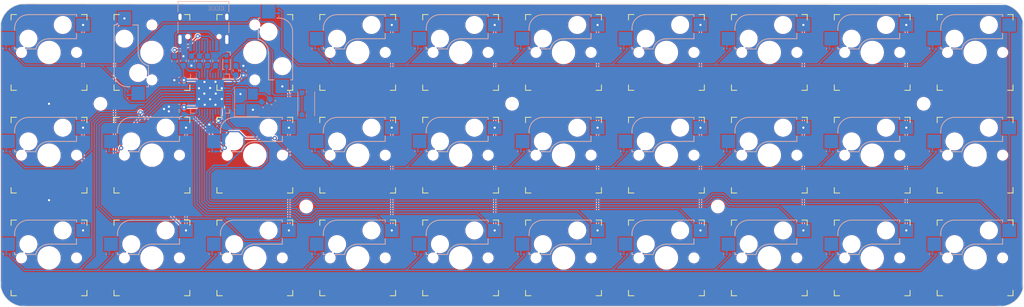
<source format=kicad_pcb>
(kicad_pcb (version 20171130) (host pcbnew 5.0.2+dfsg1-1)
  (layers (0 F.Cu signal) (31 B.Cu signal) (34 B.Paste user) (35 F.Paste user) (36 B.SilkS user) (37 F.SilkS user) (38 B.Mask user) (39 F.Mask user) (44 Edge.Cuts user))
  (net 0 "")
  (net 1 "Net-(C1-Pad1)")
  (net 2 "Net-(C2-Pad1)")
  (net 3 GND)
  (net 4 VCC)
  (net 5 /row1)
  (net 6 "Net-(D1-Pad1)")
  (net 7 /row2)
  (net 8 "Net-(D2-Pad1)")
  (net 9 /row0)
  (net 10 "Net-(D3-Pad1)")
  (net 11 "Net-(D4-Pad1)")
  (net 12 "Net-(D5-Pad1)")
  (net 13 "Net-(D6-Pad1)")
  (net 14 "Net-(D7-Pad1)")
  (net 15 "Net-(D8-Pad1)")
  (net 16 "Net-(D9-Pad1)")
  (net 17 "Net-(D10-Pad1)")
  (net 18 "Net-(D11-Pad1)")
  (net 19 "Net-(D12-Pad1)")
  (net 20 "Net-(D13-Pad1)")
  (net 21 "Net-(D14-Pad1)")
  (net 22 "Net-(D15-Pad1)")
  (net 23 "Net-(D16-Pad1)")
  (net 24 "Net-(D17-Pad1)")
  (net 25 "Net-(D18-Pad1)")
  (net 26 "Net-(D19-Pad1)")
  (net 27 "Net-(D20-Pad1)")
  (net 28 "Net-(D21-Pad1)")
  (net 29 "Net-(D22-Pad1)")
  (net 30 "Net-(D23-Pad1)")
  (net 31 "Net-(D24-Pad1)")
  (net 32 "Net-(D25-Pad1)")
  (net 33 "Net-(D26-Pad1)")
  (net 34 "Net-(D27-Pad1)")
  (net 35 "Net-(D28-Pad1)")
  (net 36 "Net-(D29-Pad1)")
  (net 37 "Net-(D30-Pad1)")
  (net 38 /col0)
  (net 39 /col1)
  (net 40 /col2)
  (net 41 /col3)
  (net 42 /col4)
  (net 43 /col5)
  (net 44 /col6)
  (net 45 /col7)
  (net 46 /col8)
  (net 47 /col9)
  (net 48 "Net-(R1-Pad1)")
  (net 49 "Net-(R2-Pad1)")
  (net 50 "Net-(R3-Pad1)")
  (net 51 "Net-(R4-Pad1)")
  (net 52 "Net-(J1-PadA7)")
  (net 53 "Net-(J1-PadA6)")
  (net 54 "Net-(C8-Pad1)")
  (net 55 "Net-(J2-Pad3)")
  (net 56 "Net-(J2-Pad2)")
  (net 57 "Net-(J2-Pad1)")
  (net 58 "Net-(J1-PadB8)")
  (net 59 "Net-(J1-PadA5)")
  (net 60 "Net-(J1-PadA8)")
  (net 61 "Net-(J1-PadB5)")
  (net 62 "Net-(U1-Pad42)")
  (net 63 "Net-(U1-Pad26)")
  (net 64 "Net-(U1-Pad25)")
  (net 65 "Net-(U1-Pad21)")
  (net 66 "Net-(U1-Pad20)")
  (net 67 "Net-(U1-Pad19)")
  (net 68 "Net-(U1-Pad18)")
  (net 69 "Net-(U1-Pad12)")
  (net 70 "Net-(U1-Pad8)")
  (net 71 "Net-(U1-Pad7)")
  (net 72 "Net-(U1-Pad1)")
  (module Resistor_SMD:R_0603_1608Metric_Pad1.05x0.95mm_HandSolder (layer B.Cu) (at 79.4004 76.5162 90)
    (fp_text reference R6 hide)
    (fp_text value 22)
    (pad 2 smd roundrect (at 0.875 0 90) (size 1.05 0.95) (layers B.Cu B.Paste B.Mask) (net 61 "Net-(J1-PadB5)"))
    (pad 1 smd roundrect (at -0.875 0 90) (size 1.05 0.95) (layers B.Cu B.Paste B.Mask) (net 3 GND))
  )
  (module Resistor_SMD:R_0603_1608Metric_Pad1.05x0.95mm_HandSolder (layer B.Cu) (at 82.4992 76.5048 90)
    (fp_text reference R5 hide)
    (fp_text value 22)
    (pad 1 smd roundrect (at -0.875 0 90) (size 1.05 0.95) (layers B.Cu B.Paste B.Mask) (net 3 GND))
    (pad 2 smd roundrect (at 0.875 0 90) (size 1.05 0.95) (layers B.Cu B.Paste B.Mask) (net 59 "Net-(J1-PadA5)"))
  )
  (module MountingHole:MountingHole_2.2mm_M2 (layer B.Cu) (at 179.7102 103.43)
    (fp_text reference H3 hide)
    (fp_text value MountingHole)
    (pad 1 np_thru_hole circle (at 0 0) (size 2.2 2.2) (drill 2.2) (layers *.Cu *.Mask))
  )
  (module MountingHole:MountingHole_2.2mm_M2 (layer F.Cu) (at 141.7102 84.43)
    (fp_text reference H5 hide)
    (fp_text value MountingHole)
    (pad 1 np_thru_hole circle (at 0 0) (size 2.2 2.2) (drill 2.2) (layers *.Cu *.Mask))
  )
  (module keyswitches:Kailh_socket_MX (layer F.Cu) (at 75.2102 74.93 90)
    (fp_text reference K3 hide)
    (fp_text value KEYSW)
    (pad 2 smd rect (at -7.56 -2.54 90) (size 2.55 2.5) (layers B.Cu B.Paste B.Mask) (net 11 "Net-(D4-Pad1)"))
    (pad "" np_thru_hole circle (at -5.08 0 90) (size 1.7018 1.7018) (drill 1.7018) (layers *.Cu *.Mask))
    (pad "" np_thru_hole circle (at 5.08 0 90) (size 1.7018 1.7018) (drill 1.7018) (layers *.Cu *.Mask))
    (pad "" np_thru_hole circle (at 0 0 90) (size 3.9878 3.9878) (drill 3.9878) (layers *.Cu *.Mask))
    (pad "" np_thru_hole circle (at -3.81 -2.54 90) (size 3 3) (drill 3) (layers *.Cu *.Mask))
    (pad "" np_thru_hole circle (at 2.54 -5.08 90) (size 3 3) (drill 3) (layers *.Cu *.Mask))
    (pad 1 smd rect (at 6.29 -5.08 90) (size 2.55 2.5) (layers B.Cu B.Paste B.Mask) (net 39 /col1))
  )
  (module keyswitches:Kailh_socket_MX (layer F.Cu) (at 75.2102 93.93)
    (fp_text reference K4 hide)
    (fp_text value KEYSW)
    (pad 2 smd rect (at -7.56 -2.54) (size 2.55 2.5) (layers B.Cu B.Paste B.Mask) (net 12 "Net-(D5-Pad1)"))
    (pad "" np_thru_hole circle (at -5.08 0) (size 1.7018 1.7018) (drill 1.7018) (layers *.Cu *.Mask))
    (pad "" np_thru_hole circle (at 5.08 0) (size 1.7018 1.7018) (drill 1.7018) (layers *.Cu *.Mask))
    (pad "" np_thru_hole circle (at 0 0) (size 3.9878 3.9878) (drill 3.9878) (layers *.Cu *.Mask))
    (pad "" np_thru_hole circle (at -3.81 -2.54) (size 3 3) (drill 3) (layers *.Cu *.Mask))
    (pad "" np_thru_hole circle (at 2.54 -5.08) (size 3 3) (drill 3) (layers *.Cu *.Mask))
    (pad 1 smd rect (at 6.29 -5.08) (size 2.55 2.5) (layers B.Cu B.Paste B.Mask) (net 39 /col1))
  )
  (module keyswitches:Kailh_socket_MX (layer F.Cu) (at 75.2102 112.93)
    (fp_text reference K5 hide)
    (fp_text value KEYSW)
    (pad 2 smd rect (at -7.56 -2.54) (size 2.55 2.5) (layers B.Cu B.Paste B.Mask) (net 13 "Net-(D6-Pad1)"))
    (pad "" np_thru_hole circle (at -5.08 0) (size 1.7018 1.7018) (drill 1.7018) (layers *.Cu *.Mask))
    (pad "" np_thru_hole circle (at 5.08 0) (size 1.7018 1.7018) (drill 1.7018) (layers *.Cu *.Mask))
    (pad "" np_thru_hole circle (at 0 0) (size 3.9878 3.9878) (drill 3.9878) (layers *.Cu *.Mask))
    (pad "" np_thru_hole circle (at -3.81 -2.54) (size 3 3) (drill 3) (layers *.Cu *.Mask))
    (pad "" np_thru_hole circle (at 2.54 -5.08) (size 3 3) (drill 3) (layers *.Cu *.Mask))
    (pad 1 smd rect (at 6.29 -5.08) (size 2.55 2.5) (layers B.Cu B.Paste B.Mask) (net 39 /col1))
  )
  (module Connector_PinHeader_1.00mm:PinHeader_1x03_P1.00mm_Vertical (layer B.Cu) (at 88.9902 75.52 180)
    (fp_text reference J2 hide)
    (fp_text value Conn_01x03)
    (pad 1 smd circle (at 0 0 180) (size 0.8 0.8) (layers B.Cu B.Paste B.Mask) (net 57 "Net-(J2-Pad1)"))
    (pad 2 smd circle (at 0 -1 180) (size 0.8 0.8) (layers B.Cu B.Paste B.Mask) (net 56 "Net-(J2-Pad2)"))
    (pad 3 smd circle (at 0 -2 180) (size 0.8 0.8) (layers B.Cu B.Paste B.Mask) (net 55 "Net-(J2-Pad3)"))
  )
  (module keyswitches:Kailh_socket_MX (layer F.Cu) (at 94.2102 74.93 270)
    (fp_text reference K6 hide)
    (fp_text value KEYSW)
    (pad 2 smd rect (at -7.56 -2.54 270) (size 2.55 2.5) (layers B.Cu B.Paste B.Mask) (net 14 "Net-(D7-Pad1)"))
    (pad "" np_thru_hole circle (at -5.08 0 270) (size 1.7018 1.7018) (drill 1.7018) (layers *.Cu *.Mask))
    (pad "" np_thru_hole circle (at 5.08 0 270) (size 1.7018 1.7018) (drill 1.7018) (layers *.Cu *.Mask))
    (pad "" np_thru_hole circle (at 0 0 270) (size 3.9878 3.9878) (drill 3.9878) (layers *.Cu *.Mask))
    (pad "" np_thru_hole circle (at -3.81 -2.54 270) (size 3 3) (drill 3) (layers *.Cu *.Mask))
    (pad "" np_thru_hole circle (at 2.54 -5.08 270) (size 3 3) (drill 3) (layers *.Cu *.Mask))
    (pad 1 smd rect (at 6.29 -5.08 270) (size 2.55 2.5) (layers B.Cu B.Paste B.Mask) (net 40 /col2))
  )
  (module Crystal:Crystal_SMD_3225-4Pin_3.2x2.5mm_HandSoldering (layer B.Cu) (at 92.7102 84.08 90)
    (fp_text reference Y1 hide)
    (fp_text value Crystal)
    (pad 4 smd rect (at -1.45 1.15 90) (size 2.1 1.8) (layers B.Cu B.Paste B.Mask) (net 3 GND))
    (pad 3 smd rect (at 1.45 1.15 90) (size 2.1 1.8) (layers B.Cu B.Paste B.Mask) (net 2 "Net-(C2-Pad1)"))
    (pad 2 smd rect (at 1.45 -1.15 90) (size 2.1 1.8) (layers B.Cu B.Paste B.Mask) (net 3 GND))
    (pad 1 smd rect (at -1.45 -1.15 90) (size 2.1 1.8) (layers B.Cu B.Paste B.Mask) (net 1 "Net-(C1-Pad1)"))
  )
  (module Resistor_SMD:R_0603_1608Metric_Pad1.05x0.95mm_HandSolder (layer B.Cu) (at 85.4702 76.495 90)
    (fp_text reference R4 hide)
    (fp_text value 22)
    (pad 2 smd roundrect (at 0.875 0 90) (size 1.05 0.95) (layers B.Cu B.Paste B.Mask) (net 53 "Net-(J1-PadA6)"))
    (pad 1 smd roundrect (at -0.875 0 90) (size 1.05 0.95) (layers B.Cu B.Paste B.Mask) (net 51 "Net-(R4-Pad1)"))
  )
  (module Resistor_SMD:R_0603_1608Metric_Pad1.05x0.95mm_HandSolder (layer B.Cu) (at 83.9702 76.495 90)
    (fp_text reference R3 hide)
    (fp_text value 22)
    (pad 2 smd roundrect (at 0.875 0 90) (size 1.05 0.95) (layers B.Cu B.Paste B.Mask) (net 52 "Net-(J1-PadA7)"))
    (pad 1 smd roundrect (at -0.875 0 90) (size 1.05 0.95) (layers B.Cu B.Paste B.Mask) (net 50 "Net-(R3-Pad1)"))
  )
  (module Package_DFN_QFN:QFN-44-1EP_7x7mm_P0.5mm_EP5.2x5.2mm (layer B.Cu) (at 85.9502 82.55 270)
    (fp_text reference U1 hide)
    (fp_text value ATmega32U4-MU)
    (pad 45 smd rect (at 0 0 270) (size 5.2 5.2) (layers B.Cu B.Mask) (net 3 GND))
    (pad 44 smd roundrect (at -2.5 3.3375 270) (size 0.25 1.075) (layers B.Cu B.Paste B.Mask) (net 4 VCC))
    (pad 43 smd roundrect (at -2 3.3375 270) (size 0.25 1.075) (layers B.Cu B.Paste B.Mask) (net 3 GND))
    (pad 42 smd roundrect (at -1.5 3.3375 270) (size 0.25 1.075) (layers B.Cu B.Paste B.Mask) (net 62 "Net-(U1-Pad42)"))
    (pad 41 smd roundrect (at -1 3.3375 270) (size 0.25 1.075) (layers B.Cu B.Paste B.Mask) (net 9 /row0))
    (pad 40 smd roundrect (at -0.5 3.3375 270) (size 0.25 1.075) (layers B.Cu B.Paste B.Mask) (net 38 /col0))
    (pad 39 smd roundrect (at 0 3.3375 270) (size 0.25 1.075) (layers B.Cu B.Paste B.Mask) (net 5 /row1))
    (pad 38 smd roundrect (at 0.5 3.3375 270) (size 0.25 1.075) (layers B.Cu B.Paste B.Mask) (net 7 /row2))
    (pad 37 smd roundrect (at 1 3.3375 270) (size 0.25 1.075) (layers B.Cu B.Paste B.Mask) (net 39 /col1))
    (pad 36 smd roundrect (at 1.5 3.3375 270) (size 0.25 1.075) (layers B.Cu B.Paste B.Mask) (net 40 /col2))
    (pad 35 smd roundrect (at 2 3.3375 270) (size 0.25 1.075) (layers B.Cu B.Paste B.Mask) (net 3 GND))
    (pad 34 smd roundrect (at 2.5 3.3375 270) (size 0.25 1.075) (layers B.Cu B.Paste B.Mask) (net 4 VCC))
    (pad 33 smd roundrect (at 3.3375 2.5 270) (size 1.075 0.25) (layers B.Cu B.Paste B.Mask) (net 49 "Net-(R2-Pad1)"))
    (pad 32 smd roundrect (at 3.3375 2 270) (size 1.075 0.25) (layers B.Cu B.Paste B.Mask) (net 41 /col3))
    (pad 31 smd roundrect (at 3.3375 1.5 270) (size 1.075 0.25) (layers B.Cu B.Paste B.Mask) (net 42 /col4))
    (pad 30 smd roundrect (at 3.3375 1 270) (size 1.075 0.25) (layers B.Cu B.Paste B.Mask) (net 43 /col5))
    (pad 29 smd roundrect (at 3.3375 0.5 270) (size 1.075 0.25) (layers B.Cu B.Paste B.Mask) (net 44 /col6))
    (pad 28 smd roundrect (at 3.3375 0 270) (size 1.075 0.25) (layers B.Cu B.Paste B.Mask) (net 45 /col7))
    (pad 27 smd roundrect (at 3.3375 -0.5 270) (size 1.075 0.25) (layers B.Cu B.Paste B.Mask) (net 46 /col8))
    (pad 26 smd roundrect (at 3.3375 -1 270) (size 1.075 0.25) (layers B.Cu B.Paste B.Mask) (net 63 "Net-(U1-Pad26)"))
    (pad 25 smd roundrect (at 3.3375 -1.5 270) (size 1.075 0.25) (layers B.Cu B.Paste B.Mask) (net 64 "Net-(U1-Pad25)"))
    (pad 24 smd roundrect (at 3.3375 -2 270) (size 1.075 0.25) (layers B.Cu B.Paste B.Mask) (net 4 VCC))
    (pad 23 smd roundrect (at 3.3375 -2.5 270) (size 1.075 0.25) (layers B.Cu B.Paste B.Mask) (net 3 GND))
    (pad 22 smd roundrect (at 2.5 -3.3375 270) (size 0.25 1.075) (layers B.Cu B.Paste B.Mask) (net 47 /col9))
    (pad 21 smd roundrect (at 2 -3.3375 270) (size 0.25 1.075) (layers B.Cu B.Paste B.Mask) (net 65 "Net-(U1-Pad21)"))
    (pad 20 smd roundrect (at 1.5 -3.3375 270) (size 0.25 1.075) (layers B.Cu B.Paste B.Mask) (net 66 "Net-(U1-Pad20)"))
    (pad 19 smd roundrect (at 1 -3.3375 270) (size 0.25 1.075) (layers B.Cu B.Paste B.Mask) (net 67 "Net-(U1-Pad19)"))
    (pad 18 smd roundrect (at 0.5 -3.3375 270) (size 0.25 1.075) (layers B.Cu B.Paste B.Mask) (net 68 "Net-(U1-Pad18)"))
    (pad 17 smd roundrect (at 0 -3.3375 270) (size 0.25 1.075) (layers B.Cu B.Paste B.Mask) (net 1 "Net-(C1-Pad1)"))
    (pad 16 smd roundrect (at -0.5 -3.3375 270) (size 0.25 1.075) (layers B.Cu B.Paste B.Mask) (net 2 "Net-(C2-Pad1)"))
    (pad 15 smd roundrect (at -1 -3.3375 270) (size 0.25 1.075) (layers B.Cu B.Paste B.Mask) (net 3 GND))
    (pad 14 smd roundrect (at -1.5 -3.3375 270) (size 0.25 1.075) (layers B.Cu B.Paste B.Mask) (net 4 VCC))
    (pad 13 smd roundrect (at -2 -3.3375 270) (size 0.25 1.075) (layers B.Cu B.Paste B.Mask) (net 48 "Net-(R1-Pad1)"))
    (pad 12 smd roundrect (at -2.5 -3.3375 270) (size 0.25 1.075) (layers B.Cu B.Paste B.Mask) (net 69 "Net-(U1-Pad12)"))
    (pad 11 smd roundrect (at -3.3375 -2.5 270) (size 1.075 0.25) (layers B.Cu B.Paste B.Mask) (net 55 "Net-(J2-Pad3)"))
    (pad 10 smd roundrect (at -3.3375 -2 270) (size 1.075 0.25) (layers B.Cu B.Paste B.Mask) (net 56 "Net-(J2-Pad2)"))
    (pad 9 smd roundrect (at -3.3375 -1.5 270) (size 1.075 0.25) (layers B.Cu B.Paste B.Mask) (net 57 "Net-(J2-Pad1)"))
    (pad 8 smd roundrect (at -3.3375 -1 270) (size 1.075 0.25) (layers B.Cu B.Paste B.Mask) (net 70 "Net-(U1-Pad8)"))
    (pad 7 smd roundrect (at -3.3375 -0.5 270) (size 1.075 0.25) (layers B.Cu B.Paste B.Mask) (net 71 "Net-(U1-Pad7)"))
    (pad 6 smd roundrect (at -3.3375 0 270) (size 1.075 0.25) (layers B.Cu B.Paste B.Mask) (net 54 "Net-(C8-Pad1)"))
    (pad 5 smd roundrect (at -3.3375 0.5 270) (size 1.075 0.25) (layers B.Cu B.Paste B.Mask) (net 3 GND))
    (pad 4 smd roundrect (at -3.3375 1 270) (size 1.075 0.25) (layers B.Cu B.Paste B.Mask) (net 51 "Net-(R4-Pad1)"))
    (pad 3 smd roundrect (at -3.3375 1.5 270) (size 1.075 0.25) (layers B.Cu B.Paste B.Mask) (net 50 "Net-(R3-Pad1)"))
    (pad 2 smd roundrect (at -3.3375 2 270) (size 1.075 0.25) (layers B.Cu B.Paste B.Mask) (net 4 VCC))
    (pad 1 smd roundrect (at -3.3375 2.5 270) (size 1.075 0.25) (layers B.Cu B.Paste B.Mask) (net 72 "Net-(U1-Pad1)"))
  )
  (module Button_Switch_SMD:SW_Push_1P1T_NO_CK_KMR2 (layer B.Cu) (at 103.7102 84.43 270)
    (fp_text reference SW1 hide)
    (fp_text value SW_Push)
    (pad 2 smd rect (at 2.05 -0.8 270) (size 0.9 1) (layers B.Cu B.Paste B.Mask) (net 3 GND))
    (pad 1 smd rect (at 2.05 0.8 270) (size 0.9 1) (layers B.Cu B.Paste B.Mask) (net 48 "Net-(R1-Pad1)"))
    (pad 2 smd rect (at -2.05 -0.8 270) (size 0.9 1) (layers B.Cu B.Paste B.Mask) (net 3 GND))
    (pad 1 smd rect (at -2.05 0.8 270) (size 0.9 1) (layers B.Cu B.Paste B.Mask) (net 48 "Net-(R1-Pad1)"))
  )
  (module Resistor_SMD:R_0603_1608Metric_Pad1.05x0.95mm_HandSolder (layer B.Cu) (at 80.2602 86.43 180)
    (fp_text reference R2 hide)
    (fp_text value 10k)
    (pad 2 smd roundrect (at 0.875 0 180) (size 1.05 0.95) (layers B.Cu B.Paste B.Mask) (net 3 GND))
    (pad 1 smd roundrect (at -0.875 0 180) (size 1.05 0.95) (layers B.Cu B.Paste B.Mask) (net 49 "Net-(R2-Pad1)"))
  )
  (module Resistor_SMD:R_0603_1608Metric_Pad1.05x0.95mm_HandSolder (layer B.Cu) (at 90.7302 78.275 90)
    (fp_text reference R1 hide)
    (fp_text value 10k)
    (pad 2 smd roundrect (at 0.875 0 90) (size 1.05 0.95) (layers B.Cu B.Paste B.Mask) (net 4 VCC))
    (pad 1 smd roundrect (at -0.875 0 90) (size 1.05 0.95) (layers B.Cu B.Paste B.Mask) (net 48 "Net-(R1-Pad1)"))
  )
  (module keyswitches:Kailh_socket_MX (layer F.Cu) (at 56.2102 74.93)
    (fp_text reference K30 hide)
    (fp_text value KEYSW)
    (pad 2 smd rect (at -7.56 -2.54) (size 2.55 2.5) (layers B.Cu B.Paste B.Mask) (net 10 "Net-(D3-Pad1)"))
    (pad "" np_thru_hole circle (at -5.08 0) (size 1.7018 1.7018) (drill 1.7018) (layers *.Cu *.Mask))
    (pad "" np_thru_hole circle (at 5.08 0) (size 1.7018 1.7018) (drill 1.7018) (layers *.Cu *.Mask))
    (pad "" np_thru_hole circle (at 0 0) (size 3.9878 3.9878) (drill 3.9878) (layers *.Cu *.Mask))
    (pad "" np_thru_hole circle (at -3.81 -2.54) (size 3 3) (drill 3) (layers *.Cu *.Mask))
    (pad "" np_thru_hole circle (at 2.54 -5.08) (size 3 3) (drill 3) (layers *.Cu *.Mask))
    (pad 1 smd rect (at 6.29 -5.08) (size 2.55 2.5) (layers B.Cu B.Paste B.Mask) (net 38 /col0))
  )
  (module keyswitches:Kailh_socket_MX (layer F.Cu) (at 227.2102 112.93)
    (fp_text reference K29 hide)
    (fp_text value KEYSW)
    (pad 2 smd rect (at -7.56 -2.54) (size 2.55 2.5) (layers B.Cu B.Paste B.Mask) (net 37 "Net-(D30-Pad1)"))
    (pad "" np_thru_hole circle (at -5.08 0) (size 1.7018 1.7018) (drill 1.7018) (layers *.Cu *.Mask))
    (pad "" np_thru_hole circle (at 5.08 0) (size 1.7018 1.7018) (drill 1.7018) (layers *.Cu *.Mask))
    (pad "" np_thru_hole circle (at 0 0) (size 3.9878 3.9878) (drill 3.9878) (layers *.Cu *.Mask))
    (pad "" np_thru_hole circle (at -3.81 -2.54) (size 3 3) (drill 3) (layers *.Cu *.Mask))
    (pad "" np_thru_hole circle (at 2.54 -5.08) (size 3 3) (drill 3) (layers *.Cu *.Mask))
    (pad 1 smd rect (at 6.29 -5.08) (size 2.55 2.5) (layers B.Cu B.Paste B.Mask) (net 47 /col9))
  )
  (module keyswitches:Kailh_socket_MX (layer F.Cu) (at 227.2102 93.93)
    (fp_text reference K28 hide)
    (fp_text value KEYSW)
    (pad 2 smd rect (at -7.56 -2.54) (size 2.55 2.5) (layers B.Cu B.Paste B.Mask) (net 36 "Net-(D29-Pad1)"))
    (pad "" np_thru_hole circle (at -5.08 0) (size 1.7018 1.7018) (drill 1.7018) (layers *.Cu *.Mask))
    (pad "" np_thru_hole circle (at 5.08 0) (size 1.7018 1.7018) (drill 1.7018) (layers *.Cu *.Mask))
    (pad "" np_thru_hole circle (at 0 0) (size 3.9878 3.9878) (drill 3.9878) (layers *.Cu *.Mask))
    (pad "" np_thru_hole circle (at -3.81 -2.54) (size 3 3) (drill 3) (layers *.Cu *.Mask))
    (pad "" np_thru_hole circle (at 2.54 -5.08) (size 3 3) (drill 3) (layers *.Cu *.Mask))
    (pad 1 smd rect (at 6.29 -5.08) (size 2.55 2.5) (layers B.Cu B.Paste B.Mask) (net 47 /col9))
  )
  (module keyswitches:Kailh_socket_MX (layer F.Cu) (at 227.2102 74.93)
    (fp_text reference K27 hide)
    (fp_text value KEYSW)
    (pad 2 smd rect (at -7.56 -2.54) (size 2.55 2.5) (layers B.Cu B.Paste B.Mask) (net 35 "Net-(D28-Pad1)"))
    (pad "" np_thru_hole circle (at -5.08 0) (size 1.7018 1.7018) (drill 1.7018) (layers *.Cu *.Mask))
    (pad "" np_thru_hole circle (at 5.08 0) (size 1.7018 1.7018) (drill 1.7018) (layers *.Cu *.Mask))
    (pad "" np_thru_hole circle (at 0 0) (size 3.9878 3.9878) (drill 3.9878) (layers *.Cu *.Mask))
    (pad "" np_thru_hole circle (at -3.81 -2.54) (size 3 3) (drill 3) (layers *.Cu *.Mask))
    (pad "" np_thru_hole circle (at 2.54 -5.08) (size 3 3) (drill 3) (layers *.Cu *.Mask))
    (pad 1 smd rect (at 6.29 -5.08) (size 2.55 2.5) (layers B.Cu B.Paste B.Mask) (net 47 /col9))
  )
  (module keyswitches:Kailh_socket_MX (layer F.Cu) (at 208.2102 112.93)
    (fp_text reference K26 hide)
    (fp_text value KEYSW)
    (pad 2 smd rect (at -7.56 -2.54) (size 2.55 2.5) (layers B.Cu B.Paste B.Mask) (net 34 "Net-(D27-Pad1)"))
    (pad "" np_thru_hole circle (at -5.08 0) (size 1.7018 1.7018) (drill 1.7018) (layers *.Cu *.Mask))
    (pad "" np_thru_hole circle (at 5.08 0) (size 1.7018 1.7018) (drill 1.7018) (layers *.Cu *.Mask))
    (pad "" np_thru_hole circle (at 0 0) (size 3.9878 3.9878) (drill 3.9878) (layers *.Cu *.Mask))
    (pad "" np_thru_hole circle (at -3.81 -2.54) (size 3 3) (drill 3) (layers *.Cu *.Mask))
    (pad "" np_thru_hole circle (at 2.54 -5.08) (size 3 3) (drill 3) (layers *.Cu *.Mask))
    (pad 1 smd rect (at 6.29 -5.08) (size 2.55 2.5) (layers B.Cu B.Paste B.Mask) (net 46 /col8))
  )
  (module keyswitches:Kailh_socket_MX (layer F.Cu) (at 208.2102 93.93)
    (fp_text reference K25 hide)
    (fp_text value KEYSW)
    (pad 2 smd rect (at -7.56 -2.54) (size 2.55 2.5) (layers B.Cu B.Paste B.Mask) (net 33 "Net-(D26-Pad1)"))
    (pad "" np_thru_hole circle (at -5.08 0) (size 1.7018 1.7018) (drill 1.7018) (layers *.Cu *.Mask))
    (pad "" np_thru_hole circle (at 5.08 0) (size 1.7018 1.7018) (drill 1.7018) (layers *.Cu *.Mask))
    (pad "" np_thru_hole circle (at 0 0) (size 3.9878 3.9878) (drill 3.9878) (layers *.Cu *.Mask))
    (pad "" np_thru_hole circle (at -3.81 -2.54) (size 3 3) (drill 3) (layers *.Cu *.Mask))
    (pad "" np_thru_hole circle (at 2.54 -5.08) (size 3 3) (drill 3) (layers *.Cu *.Mask))
    (pad 1 smd rect (at 6.29 -5.08) (size 2.55 2.5) (layers B.Cu B.Paste B.Mask) (net 46 /col8))
  )
  (module keyswitches:Kailh_socket_MX (layer F.Cu) (at 208.2102 74.93)
    (fp_text reference K24 hide)
    (fp_text value KEYSW)
    (pad 2 smd rect (at -7.56 -2.54) (size 2.55 2.5) (layers B.Cu B.Paste B.Mask) (net 32 "Net-(D25-Pad1)"))
    (pad "" np_thru_hole circle (at -5.08 0) (size 1.7018 1.7018) (drill 1.7018) (layers *.Cu *.Mask))
    (pad "" np_thru_hole circle (at 5.08 0) (size 1.7018 1.7018) (drill 1.7018) (layers *.Cu *.Mask))
    (pad "" np_thru_hole circle (at 0 0) (size 3.9878 3.9878) (drill 3.9878) (layers *.Cu *.Mask))
    (pad "" np_thru_hole circle (at -3.81 -2.54) (size 3 3) (drill 3) (layers *.Cu *.Mask))
    (pad "" np_thru_hole circle (at 2.54 -5.08) (size 3 3) (drill 3) (layers *.Cu *.Mask))
    (pad 1 smd rect (at 6.29 -5.08) (size 2.55 2.5) (layers B.Cu B.Paste B.Mask) (net 46 /col8))
  )
  (module keyswitches:Kailh_socket_MX (layer F.Cu) (at 189.2102 112.93)
    (fp_text reference K23 hide)
    (fp_text value KEYSW)
    (pad 2 smd rect (at -7.56 -2.54) (size 2.55 2.5) (layers B.Cu B.Paste B.Mask) (net 31 "Net-(D24-Pad1)"))
    (pad "" np_thru_hole circle (at -5.08 0) (size 1.7018 1.7018) (drill 1.7018) (layers *.Cu *.Mask))
    (pad "" np_thru_hole circle (at 5.08 0) (size 1.7018 1.7018) (drill 1.7018) (layers *.Cu *.Mask))
    (pad "" np_thru_hole circle (at 0 0) (size 3.9878 3.9878) (drill 3.9878) (layers *.Cu *.Mask))
    (pad "" np_thru_hole circle (at -3.81 -2.54) (size 3 3) (drill 3) (layers *.Cu *.Mask))
    (pad "" np_thru_hole circle (at 2.54 -5.08) (size 3 3) (drill 3) (layers *.Cu *.Mask))
    (pad 1 smd rect (at 6.29 -5.08) (size 2.55 2.5) (layers B.Cu B.Paste B.Mask) (net 45 /col7))
  )
  (module keyswitches:Kailh_socket_MX (layer F.Cu) (at 189.2102 93.93)
    (fp_text reference K22 hide)
    (fp_text value KEYSW)
    (pad 2 smd rect (at -7.56 -2.54) (size 2.55 2.5) (layers B.Cu B.Paste B.Mask) (net 30 "Net-(D23-Pad1)"))
    (pad "" np_thru_hole circle (at -5.08 0) (size 1.7018 1.7018) (drill 1.7018) (layers *.Cu *.Mask))
    (pad "" np_thru_hole circle (at 5.08 0) (size 1.7018 1.7018) (drill 1.7018) (layers *.Cu *.Mask))
    (pad "" np_thru_hole circle (at 0 0) (size 3.9878 3.9878) (drill 3.9878) (layers *.Cu *.Mask))
    (pad "" np_thru_hole circle (at -3.81 -2.54) (size 3 3) (drill 3) (layers *.Cu *.Mask))
    (pad "" np_thru_hole circle (at 2.54 -5.08) (size 3 3) (drill 3) (layers *.Cu *.Mask))
    (pad 1 smd rect (at 6.29 -5.08) (size 2.55 2.5) (layers B.Cu B.Paste B.Mask) (net 45 /col7))
  )
  (module keyswitches:Kailh_socket_MX (layer F.Cu) (at 189.2102 74.93)
    (fp_text reference K21 hide)
    (fp_text value KEYSW)
    (pad 2 smd rect (at -7.56 -2.54) (size 2.55 2.5) (layers B.Cu B.Paste B.Mask) (net 29 "Net-(D22-Pad1)"))
    (pad "" np_thru_hole circle (at -5.08 0) (size 1.7018 1.7018) (drill 1.7018) (layers *.Cu *.Mask))
    (pad "" np_thru_hole circle (at 5.08 0) (size 1.7018 1.7018) (drill 1.7018) (layers *.Cu *.Mask))
    (pad "" np_thru_hole circle (at 0 0) (size 3.9878 3.9878) (drill 3.9878) (layers *.Cu *.Mask))
    (pad "" np_thru_hole circle (at -3.81 -2.54) (size 3 3) (drill 3) (layers *.Cu *.Mask))
    (pad "" np_thru_hole circle (at 2.54 -5.08) (size 3 3) (drill 3) (layers *.Cu *.Mask))
    (pad 1 smd rect (at 6.29 -5.08) (size 2.55 2.5) (layers B.Cu B.Paste B.Mask) (net 45 /col7))
  )
  (module keyswitches:Kailh_socket_MX (layer F.Cu) (at 170.2102 112.93)
    (fp_text reference K20 hide)
    (fp_text value KEYSW)
    (pad 2 smd rect (at -7.56 -2.54) (size 2.55 2.5) (layers B.Cu B.Paste B.Mask) (net 28 "Net-(D21-Pad1)"))
    (pad "" np_thru_hole circle (at -5.08 0) (size 1.7018 1.7018) (drill 1.7018) (layers *.Cu *.Mask))
    (pad "" np_thru_hole circle (at 5.08 0) (size 1.7018 1.7018) (drill 1.7018) (layers *.Cu *.Mask))
    (pad "" np_thru_hole circle (at 0 0) (size 3.9878 3.9878) (drill 3.9878) (layers *.Cu *.Mask))
    (pad "" np_thru_hole circle (at -3.81 -2.54) (size 3 3) (drill 3) (layers *.Cu *.Mask))
    (pad "" np_thru_hole circle (at 2.54 -5.08) (size 3 3) (drill 3) (layers *.Cu *.Mask))
    (pad 1 smd rect (at 6.29 -5.08) (size 2.55 2.5) (layers B.Cu B.Paste B.Mask) (net 44 /col6))
  )
  (module keyswitches:Kailh_socket_MX (layer F.Cu) (at 170.2102 93.93)
    (fp_text reference K19 hide)
    (fp_text value KEYSW)
    (pad 2 smd rect (at -7.56 -2.54) (size 2.55 2.5) (layers B.Cu B.Paste B.Mask) (net 27 "Net-(D20-Pad1)"))
    (pad "" np_thru_hole circle (at -5.08 0) (size 1.7018 1.7018) (drill 1.7018) (layers *.Cu *.Mask))
    (pad "" np_thru_hole circle (at 5.08 0) (size 1.7018 1.7018) (drill 1.7018) (layers *.Cu *.Mask))
    (pad "" np_thru_hole circle (at 0 0) (size 3.9878 3.9878) (drill 3.9878) (layers *.Cu *.Mask))
    (pad "" np_thru_hole circle (at -3.81 -2.54) (size 3 3) (drill 3) (layers *.Cu *.Mask))
    (pad "" np_thru_hole circle (at 2.54 -5.08) (size 3 3) (drill 3) (layers *.Cu *.Mask))
    (pad 1 smd rect (at 6.29 -5.08) (size 2.55 2.5) (layers B.Cu B.Paste B.Mask) (net 44 /col6))
  )
  (module keyswitches:Kailh_socket_MX (layer F.Cu) (at 170.2102 74.93)
    (fp_text reference K18 hide)
    (fp_text value KEYSW)
    (pad 2 smd rect (at -7.56 -2.54) (size 2.55 2.5) (layers B.Cu B.Paste B.Mask) (net 26 "Net-(D19-Pad1)"))
    (pad "" np_thru_hole circle (at -5.08 0) (size 1.7018 1.7018) (drill 1.7018) (layers *.Cu *.Mask))
    (pad "" np_thru_hole circle (at 5.08 0) (size 1.7018 1.7018) (drill 1.7018) (layers *.Cu *.Mask))
    (pad "" np_thru_hole circle (at 0 0) (size 3.9878 3.9878) (drill 3.9878) (layers *.Cu *.Mask))
    (pad "" np_thru_hole circle (at -3.81 -2.54) (size 3 3) (drill 3) (layers *.Cu *.Mask))
    (pad "" np_thru_hole circle (at 2.54 -5.08) (size 3 3) (drill 3) (layers *.Cu *.Mask))
    (pad 1 smd rect (at 6.29 -5.08) (size 2.55 2.5) (layers B.Cu B.Paste B.Mask) (net 44 /col6))
  )
  (module keyswitches:Kailh_socket_MX (layer F.Cu) (at 151.2102 112.93)
    (fp_text reference K17 hide)
    (fp_text value KEYSW)
    (pad 2 smd rect (at -7.56 -2.54) (size 2.55 2.5) (layers B.Cu B.Paste B.Mask) (net 25 "Net-(D18-Pad1)"))
    (pad "" np_thru_hole circle (at -5.08 0) (size 1.7018 1.7018) (drill 1.7018) (layers *.Cu *.Mask))
    (pad "" np_thru_hole circle (at 5.08 0) (size 1.7018 1.7018) (drill 1.7018) (layers *.Cu *.Mask))
    (pad "" np_thru_hole circle (at 0 0) (size 3.9878 3.9878) (drill 3.9878) (layers *.Cu *.Mask))
    (pad "" np_thru_hole circle (at -3.81 -2.54) (size 3 3) (drill 3) (layers *.Cu *.Mask))
    (pad "" np_thru_hole circle (at 2.54 -5.08) (size 3 3) (drill 3) (layers *.Cu *.Mask))
    (pad 1 smd rect (at 6.29 -5.08) (size 2.55 2.5) (layers B.Cu B.Paste B.Mask) (net 43 /col5))
  )
  (module keyswitches:Kailh_socket_MX (layer F.Cu) (at 151.2102 93.93)
    (fp_text reference K16 hide)
    (fp_text value KEYSW)
    (pad 2 smd rect (at -7.56 -2.54) (size 2.55 2.5) (layers B.Cu B.Paste B.Mask) (net 24 "Net-(D17-Pad1)"))
    (pad "" np_thru_hole circle (at -5.08 0) (size 1.7018 1.7018) (drill 1.7018) (layers *.Cu *.Mask))
    (pad "" np_thru_hole circle (at 5.08 0) (size 1.7018 1.7018) (drill 1.7018) (layers *.Cu *.Mask))
    (pad "" np_thru_hole circle (at 0 0) (size 3.9878 3.9878) (drill 3.9878) (layers *.Cu *.Mask))
    (pad "" np_thru_hole circle (at -3.81 -2.54) (size 3 3) (drill 3) (layers *.Cu *.Mask))
    (pad "" np_thru_hole circle (at 2.54 -5.08) (size 3 3) (drill 3) (layers *.Cu *.Mask))
    (pad 1 smd rect (at 6.29 -5.08) (size 2.55 2.5) (layers B.Cu B.Paste B.Mask) (net 43 /col5))
  )
  (module keyswitches:Kailh_socket_MX (layer F.Cu) (at 151.2102 74.93)
    (fp_text reference K15 hide)
    (fp_text value KEYSW)
    (pad 2 smd rect (at -7.56 -2.54) (size 2.55 2.5) (layers B.Cu B.Paste B.Mask) (net 23 "Net-(D16-Pad1)"))
    (pad "" np_thru_hole circle (at -5.08 0) (size 1.7018 1.7018) (drill 1.7018) (layers *.Cu *.Mask))
    (pad "" np_thru_hole circle (at 5.08 0) (size 1.7018 1.7018) (drill 1.7018) (layers *.Cu *.Mask))
    (pad "" np_thru_hole circle (at 0 0) (size 3.9878 3.9878) (drill 3.9878) (layers *.Cu *.Mask))
    (pad "" np_thru_hole circle (at -3.81 -2.54) (size 3 3) (drill 3) (layers *.Cu *.Mask))
    (pad "" np_thru_hole circle (at 2.54 -5.08) (size 3 3) (drill 3) (layers *.Cu *.Mask))
    (pad 1 smd rect (at 6.29 -5.08) (size 2.55 2.5) (layers B.Cu B.Paste B.Mask) (net 43 /col5))
  )
  (module keyswitches:Kailh_socket_MX (layer F.Cu) (at 132.2102 112.93)
    (fp_text reference K14 hide)
    (fp_text value KEYSW)
    (pad 2 smd rect (at -7.56 -2.54) (size 2.55 2.5) (layers B.Cu B.Paste B.Mask) (net 22 "Net-(D15-Pad1)"))
    (pad "" np_thru_hole circle (at -5.08 0) (size 1.7018 1.7018) (drill 1.7018) (layers *.Cu *.Mask))
    (pad "" np_thru_hole circle (at 5.08 0) (size 1.7018 1.7018) (drill 1.7018) (layers *.Cu *.Mask))
    (pad "" np_thru_hole circle (at 0 0) (size 3.9878 3.9878) (drill 3.9878) (layers *.Cu *.Mask))
    (pad "" np_thru_hole circle (at -3.81 -2.54) (size 3 3) (drill 3) (layers *.Cu *.Mask))
    (pad "" np_thru_hole circle (at 2.54 -5.08) (size 3 3) (drill 3) (layers *.Cu *.Mask))
    (pad 1 smd rect (at 6.29 -5.08) (size 2.55 2.5) (layers B.Cu B.Paste B.Mask) (net 42 /col4))
  )
  (module keyswitches:Kailh_socket_MX (layer F.Cu) (at 132.2102 93.93)
    (fp_text reference K13 hide)
    (fp_text value KEYSW)
    (pad 2 smd rect (at -7.56 -2.54) (size 2.55 2.5) (layers B.Cu B.Paste B.Mask) (net 21 "Net-(D14-Pad1)"))
    (pad "" np_thru_hole circle (at -5.08 0) (size 1.7018 1.7018) (drill 1.7018) (layers *.Cu *.Mask))
    (pad "" np_thru_hole circle (at 5.08 0) (size 1.7018 1.7018) (drill 1.7018) (layers *.Cu *.Mask))
    (pad "" np_thru_hole circle (at 0 0) (size 3.9878 3.9878) (drill 3.9878) (layers *.Cu *.Mask))
    (pad "" np_thru_hole circle (at -3.81 -2.54) (size 3 3) (drill 3) (layers *.Cu *.Mask))
    (pad "" np_thru_hole circle (at 2.54 -5.08) (size 3 3) (drill 3) (layers *.Cu *.Mask))
    (pad 1 smd rect (at 6.29 -5.08) (size 2.55 2.5) (layers B.Cu B.Paste B.Mask) (net 42 /col4))
  )
  (module keyswitches:Kailh_socket_MX (layer F.Cu) (at 132.2102 74.93)
    (fp_text reference K12 hide)
    (fp_text value KEYSW)
    (pad 2 smd rect (at -7.56 -2.54) (size 2.55 2.5) (layers B.Cu B.Paste B.Mask) (net 20 "Net-(D13-Pad1)"))
    (pad "" np_thru_hole circle (at -5.08 0) (size 1.7018 1.7018) (drill 1.7018) (layers *.Cu *.Mask))
    (pad "" np_thru_hole circle (at 5.08 0) (size 1.7018 1.7018) (drill 1.7018) (layers *.Cu *.Mask))
    (pad "" np_thru_hole circle (at 0 0) (size 3.9878 3.9878) (drill 3.9878) (layers *.Cu *.Mask))
    (pad "" np_thru_hole circle (at -3.81 -2.54) (size 3 3) (drill 3) (layers *.Cu *.Mask))
    (pad "" np_thru_hole circle (at 2.54 -5.08) (size 3 3) (drill 3) (layers *.Cu *.Mask))
    (pad 1 smd rect (at 6.29 -5.08) (size 2.55 2.5) (layers B.Cu B.Paste B.Mask) (net 42 /col4))
  )
  (module keyswitches:Kailh_socket_MX (layer F.Cu) (at 113.2102 112.93)
    (fp_text reference K11 hide)
    (fp_text value KEYSW)
    (pad 2 smd rect (at -7.56 -2.54) (size 2.55 2.5) (layers B.Cu B.Paste B.Mask) (net 19 "Net-(D12-Pad1)"))
    (pad "" np_thru_hole circle (at -5.08 0) (size 1.7018 1.7018) (drill 1.7018) (layers *.Cu *.Mask))
    (pad "" np_thru_hole circle (at 5.08 0) (size 1.7018 1.7018) (drill 1.7018) (layers *.Cu *.Mask))
    (pad "" np_thru_hole circle (at 0 0) (size 3.9878 3.9878) (drill 3.9878) (layers *.Cu *.Mask))
    (pad "" np_thru_hole circle (at -3.81 -2.54) (size 3 3) (drill 3) (layers *.Cu *.Mask))
    (pad "" np_thru_hole circle (at 2.54 -5.08) (size 3 3) (drill 3) (layers *.Cu *.Mask))
    (pad 1 smd rect (at 6.29 -5.08) (size 2.55 2.5) (layers B.Cu B.Paste B.Mask) (net 41 /col3))
  )
  (module keyswitches:Kailh_socket_MX (layer F.Cu) (at 113.2102 93.93)
    (fp_text reference K10 hide)
    (fp_text value KEYSW)
    (pad 2 smd rect (at -7.56 -2.54) (size 2.55 2.5) (layers B.Cu B.Paste B.Mask) (net 18 "Net-(D11-Pad1)"))
    (pad "" np_thru_hole circle (at -5.08 0) (size 1.7018 1.7018) (drill 1.7018) (layers *.Cu *.Mask))
    (pad "" np_thru_hole circle (at 5.08 0) (size 1.7018 1.7018) (drill 1.7018) (layers *.Cu *.Mask))
    (pad "" np_thru_hole circle (at 0 0) (size 3.9878 3.9878) (drill 3.9878) (layers *.Cu *.Mask))
    (pad "" np_thru_hole circle (at -3.81 -2.54) (size 3 3) (drill 3) (layers *.Cu *.Mask))
    (pad "" np_thru_hole circle (at 2.54 -5.08) (size 3 3) (drill 3) (layers *.Cu *.Mask))
    (pad 1 smd rect (at 6.29 -5.08) (size 2.55 2.5) (layers B.Cu B.Paste B.Mask) (net 41 /col3))
  )
  (module keyswitches:Kailh_socket_MX (layer F.Cu) (at 113.2102 74.93)
    (fp_text reference K9 hide)
    (fp_text value KEYSW)
    (pad 2 smd rect (at -7.56 -2.54) (size 2.55 2.5) (layers B.Cu B.Paste B.Mask) (net 17 "Net-(D10-Pad1)"))
    (pad "" np_thru_hole circle (at -5.08 0) (size 1.7018 1.7018) (drill 1.7018) (layers *.Cu *.Mask))
    (pad "" np_thru_hole circle (at 5.08 0) (size 1.7018 1.7018) (drill 1.7018) (layers *.Cu *.Mask))
    (pad "" np_thru_hole circle (at 0 0) (size 3.9878 3.9878) (drill 3.9878) (layers *.Cu *.Mask))
    (pad "" np_thru_hole circle (at -3.81 -2.54) (size 3 3) (drill 3) (layers *.Cu *.Mask))
    (pad "" np_thru_hole circle (at 2.54 -5.08) (size 3 3) (drill 3) (layers *.Cu *.Mask))
    (pad 1 smd rect (at 6.29 -5.08) (size 2.55 2.5) (layers B.Cu B.Paste B.Mask) (net 41 /col3))
  )
  (module keyswitches:Kailh_socket_MX (layer F.Cu) (at 94.2102 112.93)
    (fp_text reference K8 hide)
    (fp_text value KEYSW)
    (pad 2 smd rect (at -7.56 -2.54) (size 2.55 2.5) (layers B.Cu B.Paste B.Mask) (net 16 "Net-(D9-Pad1)"))
    (pad "" np_thru_hole circle (at -5.08 0) (size 1.7018 1.7018) (drill 1.7018) (layers *.Cu *.Mask))
    (pad "" np_thru_hole circle (at 5.08 0) (size 1.7018 1.7018) (drill 1.7018) (layers *.Cu *.Mask))
    (pad "" np_thru_hole circle (at 0 0) (size 3.9878 3.9878) (drill 3.9878) (layers *.Cu *.Mask))
    (pad "" np_thru_hole circle (at -3.81 -2.54) (size 3 3) (drill 3) (layers *.Cu *.Mask))
    (pad "" np_thru_hole circle (at 2.54 -5.08) (size 3 3) (drill 3) (layers *.Cu *.Mask))
    (pad 1 smd rect (at 6.29 -5.08) (size 2.55 2.5) (layers B.Cu B.Paste B.Mask) (net 40 /col2))
  )
  (module keyswitches:Kailh_socket_MX (layer F.Cu) (at 94.2102 93.93)
    (fp_text reference K7 hide)
    (fp_text value KEYSW)
    (pad 2 smd rect (at -7.56 -2.54) (size 2.55 2.5) (layers B.Cu B.Paste B.Mask) (net 15 "Net-(D8-Pad1)"))
    (pad "" np_thru_hole circle (at -5.08 0) (size 1.7018 1.7018) (drill 1.7018) (layers *.Cu *.Mask))
    (pad "" np_thru_hole circle (at 5.08 0) (size 1.7018 1.7018) (drill 1.7018) (layers *.Cu *.Mask))
    (pad "" np_thru_hole circle (at 0 0) (size 3.9878 3.9878) (drill 3.9878) (layers *.Cu *.Mask))
    (pad "" np_thru_hole circle (at -3.81 -2.54) (size 3 3) (drill 3) (layers *.Cu *.Mask))
    (pad "" np_thru_hole circle (at 2.54 -5.08) (size 3 3) (drill 3) (layers *.Cu *.Mask))
    (pad 1 smd rect (at 6.29 -5.08) (size 2.55 2.5) (layers B.Cu B.Paste B.Mask) (net 40 /col2))
  )
  (module keyswitches:Kailh_socket_MX (layer F.Cu) (at 56.2102 112.93)
    (fp_text reference K2 hide)
    (fp_text value KEYSW)
    (pad 2 smd rect (at -7.56 -2.54) (size 2.55 2.5) (layers B.Cu B.Paste B.Mask) (net 8 "Net-(D2-Pad1)"))
    (pad "" np_thru_hole circle (at -5.08 0) (size 1.7018 1.7018) (drill 1.7018) (layers *.Cu *.Mask))
    (pad "" np_thru_hole circle (at 5.08 0) (size 1.7018 1.7018) (drill 1.7018) (layers *.Cu *.Mask))
    (pad "" np_thru_hole circle (at 0 0) (size 3.9878 3.9878) (drill 3.9878) (layers *.Cu *.Mask))
    (pad "" np_thru_hole circle (at -3.81 -2.54) (size 3 3) (drill 3) (layers *.Cu *.Mask))
    (pad "" np_thru_hole circle (at 2.54 -5.08) (size 3 3) (drill 3) (layers *.Cu *.Mask))
    (pad 1 smd rect (at 6.29 -5.08) (size 2.55 2.5) (layers B.Cu B.Paste B.Mask) (net 38 /col0))
  )
  (module keyswitches:Kailh_socket_MX (layer F.Cu) (at 56.2102 93.93)
    (fp_text reference K1 hide)
    (fp_text value KEYSW)
    (pad 2 smd rect (at -7.56 -2.54) (size 2.55 2.5) (layers B.Cu B.Paste B.Mask) (net 6 "Net-(D1-Pad1)"))
    (pad "" np_thru_hole circle (at -5.08 0) (size 1.7018 1.7018) (drill 1.7018) (layers *.Cu *.Mask))
    (pad "" np_thru_hole circle (at 5.08 0) (size 1.7018 1.7018) (drill 1.7018) (layers *.Cu *.Mask))
    (pad "" np_thru_hole circle (at 0 0) (size 3.9878 3.9878) (drill 3.9878) (layers *.Cu *.Mask))
    (pad "" np_thru_hole circle (at -3.81 -2.54) (size 3 3) (drill 3) (layers *.Cu *.Mask))
    (pad "" np_thru_hole circle (at 2.54 -5.08) (size 3 3) (drill 3) (layers *.Cu *.Mask))
    (pad 1 smd rect (at 6.29 -5.08) (size 2.55 2.5) (layers B.Cu B.Paste B.Mask) (net 38 /col0))
  )
  (module "usb c:USB_C_Receptacle_HRO_TYPE-C-31-M-12_hand_solder" (layer B.Cu) (at 84.7202 69.41)
    (fp_text reference J1 hide)
    (fp_text value USB_C_Receptacle_USB2.0)
    (pad B1 smd rect (at 3.25 4.295) (size 0.6 1.95) (layers B.Cu B.Paste B.Mask) (net 3 GND))
    (pad A9 smd rect (at 2.45 4.295) (size 0.6 1.95) (layers B.Cu B.Paste B.Mask) (net 4 VCC))
    (pad B9 smd rect (at -2.45 4.295) (size 0.6 1.95) (layers B.Cu B.Paste B.Mask) (net 4 VCC))
    (pad B12 smd rect (at -3.25 4.295) (size 0.6 1.95) (layers B.Cu B.Paste B.Mask) (net 3 GND))
    (pad A1 smd rect (at -3.25 4.295) (size 0.6 1.95) (layers B.Cu B.Paste B.Mask) (net 3 GND))
    (pad A4 smd rect (at -2.45 4.295) (size 0.6 1.95) (layers B.Cu B.Paste B.Mask) (net 4 VCC))
    (pad B4 smd rect (at 2.45 4.295) (size 0.6 1.95) (layers B.Cu B.Paste B.Mask) (net 4 VCC))
    (pad A12 smd rect (at 3.25 4.295) (size 0.6 1.95) (layers B.Cu B.Paste B.Mask) (net 3 GND))
    (pad B8 smd rect (at -1.75 4.295) (size 0.3 1.95) (layers B.Cu B.Paste B.Mask) (net 58 "Net-(J1-PadB8)"))
    (pad A5 smd rect (at -1.25 4.295) (size 0.3 1.95) (layers B.Cu B.Paste B.Mask) (net 59 "Net-(J1-PadA5)"))
    (pad B7 smd rect (at -0.75 4.295) (size 0.3 1.95) (layers B.Cu B.Paste B.Mask) (net 52 "Net-(J1-PadA7)"))
    (pad A7 smd rect (at 0.25 4.295) (size 0.3 1.95) (layers B.Cu B.Paste B.Mask) (net 52 "Net-(J1-PadA7)"))
    (pad B6 smd rect (at 0.75 4.295) (size 0.3 1.95) (layers B.Cu B.Paste B.Mask) (net 53 "Net-(J1-PadA6)"))
    (pad A8 smd rect (at 1.25 4.295) (size 0.3 1.95) (layers B.Cu B.Paste B.Mask) (net 60 "Net-(J1-PadA8)"))
    (pad B5 smd rect (at 1.75 4.295) (size 0.3 1.95) (layers B.Cu B.Paste B.Mask) (net 61 "Net-(J1-PadB5)"))
    (pad A6 smd rect (at -0.25 4.295) (size 0.3 1.95) (layers B.Cu B.Paste B.Mask) (net 53 "Net-(J1-PadA6)"))
    (pad S1 thru_hole oval (at 4.32 3.13) (size 1 2.1) (drill oval 0.6 1.7) (layers *.Cu *.Mask) (net 3 GND))
    (pad S1 thru_hole oval (at -4.32 3.13) (size 1 2.1) (drill oval 0.6 1.7) (layers *.Cu *.Mask) (net 3 GND))
    (pad "" np_thru_hole circle (at -2.89 2.6) (size 0.65 0.65) (drill 0.65) (layers *.Cu *.Mask))
    (pad S1 thru_hole oval (at -4.32 -1.05) (size 1 1.6) (drill oval 0.6 1.2) (layers *.Cu *.Mask) (net 3 GND))
    (pad "" np_thru_hole circle (at 2.89 2.6) (size 0.65 0.65) (drill 0.65) (layers *.Cu *.Mask))
    (pad S1 thru_hole oval (at 4.32 -1.05) (size 1 1.6) (drill oval 0.6 1.2) (layers *.Cu *.Mask) (net 3 GND))
  )
  (module MountingHole:MountingHole_2.2mm_M2 (layer B.Cu) (at 65.7102 84.43)
    (fp_text reference H4 hide)
    (fp_text value MountingHole)
    (pad 1 np_thru_hole circle (at 0 0) (size 2.2 2.2) (drill 2.2) (layers *.Cu *.Mask))
  )
  (module MountingHole:MountingHole_2.2mm_M2 (layer B.Cu) (at 217.7102 84.43)
    (fp_text reference H2 hide)
    (fp_text value MountingHole)
    (pad 1 np_thru_hole circle (at 0 0) (size 2.2 2.2) (drill 2.2) (layers *.Cu *.Mask))
  )
  (module MountingHole:MountingHole_2.2mm_M2 (layer B.Cu) (at 103.7102 103.43)
    (fp_text reference H1 hide)
    (fp_text value MountingHole)
    (pad 1 np_thru_hole circle (at 0 0) (size 2.2 2.2) (drill 2.2) (layers *.Cu *.Mask))
  )
  (module Diode_SMD:D_0201_0603Metric (layer B.Cu) (at 219.6502 112.25)
    (fp_text reference D30 hide)
    (fp_text value DIODE)
    (pad 2 smd roundrect (at 0.32 0) (size 0.46 0.4) (layers B.Cu B.Mask) (net 7 /row2))
    (pad 1 smd roundrect (at -0.32 0) (size 0.46 0.4) (layers B.Cu B.Mask) (net 37 "Net-(D30-Pad1)"))
  )
  (module Diode_SMD:D_0201_0603Metric (layer B.Cu) (at 219.6502 93.25)
    (fp_text reference D29 hide)
    (fp_text value DIODE)
    (pad 2 smd roundrect (at 0.32 0) (size 0.46 0.4) (layers B.Cu B.Mask) (net 5 /row1))
    (pad 1 smd roundrect (at -0.32 0) (size 0.46 0.4) (layers B.Cu B.Mask) (net 36 "Net-(D29-Pad1)"))
  )
  (module Diode_SMD:D_0201_0603Metric (layer B.Cu) (at 219.6502 74.25)
    (fp_text reference D28 hide)
    (fp_text value DIODE)
    (pad 2 smd roundrect (at 0.32 0) (size 0.46 0.4) (layers B.Cu B.Mask) (net 9 /row0))
    (pad 1 smd roundrect (at -0.32 0) (size 0.46 0.4) (layers B.Cu B.Mask) (net 35 "Net-(D28-Pad1)"))
  )
  (module Diode_SMD:D_0201_0603Metric (layer B.Cu) (at 200.6502 112.25)
    (fp_text reference D27 hide)
    (fp_text value DIODE)
    (pad 2 smd roundrect (at 0.32 0) (size 0.46 0.4) (layers B.Cu B.Mask) (net 7 /row2))
    (pad 1 smd roundrect (at -0.32 0) (size 0.46 0.4) (layers B.Cu B.Mask) (net 34 "Net-(D27-Pad1)"))
  )
  (module Diode_SMD:D_0201_0603Metric (layer B.Cu) (at 200.6502 93.25)
    (fp_text reference D26 hide)
    (fp_text value DIODE)
    (pad 2 smd roundrect (at 0.32 0) (size 0.46 0.4) (layers B.Cu B.Mask) (net 5 /row1))
    (pad 1 smd roundrect (at -0.32 0) (size 0.46 0.4) (layers B.Cu B.Mask) (net 33 "Net-(D26-Pad1)"))
  )
  (module Diode_SMD:D_0201_0603Metric (layer B.Cu) (at 200.6502 74.25)
    (fp_text reference D25 hide)
    (fp_text value DIODE)
    (pad 2 smd roundrect (at 0.32 0) (size 0.46 0.4) (layers B.Cu B.Mask) (net 9 /row0))
    (pad 1 smd roundrect (at -0.32 0) (size 0.46 0.4) (layers B.Cu B.Mask) (net 32 "Net-(D25-Pad1)"))
  )
  (module Diode_SMD:D_0201_0603Metric (layer B.Cu) (at 181.6502 112.25)
    (fp_text reference D24 hide)
    (fp_text value DIODE)
    (pad 2 smd roundrect (at 0.32 0) (size 0.46 0.4) (layers B.Cu B.Mask) (net 7 /row2))
    (pad 1 smd roundrect (at -0.32 0) (size 0.46 0.4) (layers B.Cu B.Mask) (net 31 "Net-(D24-Pad1)"))
  )
  (module Diode_SMD:D_0201_0603Metric (layer B.Cu) (at 181.6502 93.25)
    (fp_text reference D23 hide)
    (fp_text value DIODE)
    (pad 2 smd roundrect (at 0.32 0) (size 0.46 0.4) (layers B.Cu B.Mask) (net 5 /row1))
    (pad 1 smd roundrect (at -0.32 0) (size 0.46 0.4) (layers B.Cu B.Mask) (net 30 "Net-(D23-Pad1)"))
  )
  (module Diode_SMD:D_0201_0603Metric (layer B.Cu) (at 181.6502 74.25)
    (fp_text reference D22 hide)
    (fp_text value DIODE)
    (pad 2 smd roundrect (at 0.32 0) (size 0.46 0.4) (layers B.Cu B.Mask) (net 9 /row0))
    (pad 1 smd roundrect (at -0.32 0) (size 0.46 0.4) (layers B.Cu B.Mask) (net 29 "Net-(D22-Pad1)"))
  )
  (module Diode_SMD:D_0201_0603Metric (layer B.Cu) (at 162.6502 112.25)
    (fp_text reference D21 hide)
    (fp_text value DIODE)
    (pad 2 smd roundrect (at 0.32 0) (size 0.46 0.4) (layers B.Cu B.Mask) (net 7 /row2))
    (pad 1 smd roundrect (at -0.32 0) (size 0.46 0.4) (layers B.Cu B.Mask) (net 28 "Net-(D21-Pad1)"))
  )
  (module Diode_SMD:D_0201_0603Metric (layer B.Cu) (at 162.6502 93.25)
    (fp_text reference D20 hide)
    (fp_text value DIODE)
    (pad 2 smd roundrect (at 0.32 0) (size 0.46 0.4) (layers B.Cu B.Mask) (net 5 /row1))
    (pad 1 smd roundrect (at -0.32 0) (size 0.46 0.4) (layers B.Cu B.Mask) (net 27 "Net-(D20-Pad1)"))
  )
  (module Diode_SMD:D_0201_0603Metric (layer B.Cu) (at 162.6502 74.25)
    (fp_text reference D19 hide)
    (fp_text value DIODE)
    (pad 2 smd roundrect (at 0.32 0) (size 0.46 0.4) (layers B.Cu B.Mask) (net 9 /row0))
    (pad 1 smd roundrect (at -0.32 0) (size 0.46 0.4) (layers B.Cu B.Mask) (net 26 "Net-(D19-Pad1)"))
  )
  (module Diode_SMD:D_0201_0603Metric (layer B.Cu) (at 143.6502 112.25)
    (fp_text reference D18 hide)
    (fp_text value DIODE)
    (pad 2 smd roundrect (at 0.32 0) (size 0.46 0.4) (layers B.Cu B.Mask) (net 7 /row2))
    (pad 1 smd roundrect (at -0.32 0) (size 0.46 0.4) (layers B.Cu B.Mask) (net 25 "Net-(D18-Pad1)"))
  )
  (module Diode_SMD:D_0201_0603Metric (layer B.Cu) (at 143.6502 93.25)
    (fp_text reference D17 hide)
    (fp_text value DIODE)
    (pad 2 smd roundrect (at 0.32 0) (size 0.46 0.4) (layers B.Cu B.Mask) (net 5 /row1))
    (pad 1 smd roundrect (at -0.32 0) (size 0.46 0.4) (layers B.Cu B.Mask) (net 24 "Net-(D17-Pad1)"))
  )
  (module Diode_SMD:D_0201_0603Metric (layer B.Cu) (at 143.6502 74.25)
    (fp_text reference D16 hide)
    (fp_text value DIODE)
    (pad 2 smd roundrect (at 0.32 0) (size 0.46 0.4) (layers B.Cu B.Mask) (net 9 /row0))
    (pad 1 smd roundrect (at -0.32 0) (size 0.46 0.4) (layers B.Cu B.Mask) (net 23 "Net-(D16-Pad1)"))
  )
  (module Diode_SMD:D_0201_0603Metric (layer B.Cu) (at 124.6502 112.25)
    (fp_text reference D15 hide)
    (fp_text value DIODE)
    (pad 2 smd roundrect (at 0.32 0) (size 0.46 0.4) (layers B.Cu B.Mask) (net 7 /row2))
    (pad 1 smd roundrect (at -0.32 0) (size 0.46 0.4) (layers B.Cu B.Mask) (net 22 "Net-(D15-Pad1)"))
  )
  (module Diode_SMD:D_0201_0603Metric (layer B.Cu) (at 124.6502 93.25)
    (fp_text reference D14 hide)
    (fp_text value DIODE)
    (pad 2 smd roundrect (at 0.32 0) (size 0.46 0.4) (layers B.Cu B.Mask) (net 5 /row1))
    (pad 1 smd roundrect (at -0.32 0) (size 0.46 0.4) (layers B.Cu B.Mask) (net 21 "Net-(D14-Pad1)"))
  )
  (module Diode_SMD:D_0201_0603Metric (layer B.Cu) (at 124.6502 74.25)
    (fp_text reference D13 hide)
    (fp_text value DIODE)
    (pad 2 smd roundrect (at 0.32 0) (size 0.46 0.4) (layers B.Cu B.Mask) (net 9 /row0))
    (pad 1 smd roundrect (at -0.32 0) (size 0.46 0.4) (layers B.Cu B.Mask) (net 20 "Net-(D13-Pad1)"))
  )
  (module Diode_SMD:D_0201_0603Metric (layer B.Cu) (at 105.6502 112.25)
    (fp_text reference D12 hide)
    (fp_text value DIODE)
    (pad 2 smd roundrect (at 0.32 0) (size 0.46 0.4) (layers B.Cu B.Mask) (net 7 /row2))
    (pad 1 smd roundrect (at -0.32 0) (size 0.46 0.4) (layers B.Cu B.Mask) (net 19 "Net-(D12-Pad1)"))
  )
  (module Diode_SMD:D_0201_0603Metric (layer B.Cu) (at 105.6502 93.25)
    (fp_text reference D11 hide)
    (fp_text value DIODE)
    (pad 2 smd roundrect (at 0.32 0) (size 0.46 0.4) (layers B.Cu B.Mask) (net 5 /row1))
    (pad 1 smd roundrect (at -0.32 0) (size 0.46 0.4) (layers B.Cu B.Mask) (net 18 "Net-(D11-Pad1)"))
  )
  (module Diode_SMD:D_0201_0603Metric (layer B.Cu) (at 105.6502 74.25)
    (fp_text reference D10 hide)
    (fp_text value DIODE)
    (pad 2 smd roundrect (at 0.32 0) (size 0.46 0.4) (layers B.Cu B.Mask) (net 9 /row0))
    (pad 1 smd roundrect (at -0.32 0) (size 0.46 0.4) (layers B.Cu B.Mask) (net 17 "Net-(D10-Pad1)"))
  )
  (module Diode_SMD:D_0201_0603Metric (layer B.Cu) (at 86.6502 112.25)
    (fp_text reference D9 hide)
    (fp_text value DIODE)
    (pad 2 smd roundrect (at 0.32 0) (size 0.46 0.4) (layers B.Cu B.Mask) (net 7 /row2))
    (pad 1 smd roundrect (at -0.32 0) (size 0.46 0.4) (layers B.Cu B.Mask) (net 16 "Net-(D9-Pad1)"))
  )
  (module Diode_SMD:D_0201_0603Metric (layer B.Cu) (at 86.6502 93.25)
    (fp_text reference D8 hide)
    (fp_text value DIODE)
    (pad 2 smd roundrect (at 0.32 0) (size 0.46 0.4) (layers B.Cu B.Mask) (net 5 /row1))
    (pad 1 smd roundrect (at -0.32 0) (size 0.46 0.4) (layers B.Cu B.Mask) (net 15 "Net-(D8-Pad1)"))
  )
  (module Diode_SMD:D_0201_0603Metric (layer B.Cu) (at 98.6502 67.37 90)
    (fp_text reference D7 hide)
    (fp_text value DIODE)
    (pad 2 smd roundrect (at 0.32 0 90) (size 0.46 0.4) (layers B.Cu B.Mask) (net 9 /row0))
    (pad 1 smd roundrect (at -0.32 0 90) (size 0.46 0.4) (layers B.Cu B.Mask) (net 14 "Net-(D7-Pad1)"))
  )
  (module Diode_SMD:D_0201_0603Metric (layer B.Cu) (at 67.6502 112.25)
    (fp_text reference D6 hide)
    (fp_text value DIODE)
    (pad 2 smd roundrect (at 0.32 0) (size 0.46 0.4) (layers B.Cu B.Mask) (net 7 /row2))
    (pad 1 smd roundrect (at -0.32 0) (size 0.46 0.4) (layers B.Cu B.Mask) (net 13 "Net-(D6-Pad1)"))
  )
  (module Diode_SMD:D_0201_0603Metric (layer B.Cu) (at 67.6502 93.25)
    (fp_text reference D5 hide)
    (fp_text value DIODE)
    (pad 2 smd roundrect (at 0.32 0) (size 0.46 0.4) (layers B.Cu B.Mask) (net 5 /row1))
    (pad 1 smd roundrect (at -0.32 0) (size 0.46 0.4) (layers B.Cu B.Mask) (net 12 "Net-(D5-Pad1)"))
  )
  (module Diode_SMD:D_0201_0603Metric (layer B.Cu) (at 70.7502 82.49 90)
    (fp_text reference D4 hide)
    (fp_text value DIODE)
    (pad 2 smd roundrect (at 0.32 0 90) (size 0.46 0.4) (layers B.Cu B.Mask) (net 9 /row0))
    (pad 1 smd roundrect (at -0.32 0 90) (size 0.46 0.4) (layers B.Cu B.Mask) (net 11 "Net-(D4-Pad1)"))
  )
  (module Diode_SMD:D_0201_0603Metric (layer B.Cu) (at 48.5902 74.25)
    (fp_text reference D3 hide)
    (fp_text value DIODE)
    (pad 2 smd roundrect (at 0.32 0) (size 0.46 0.4) (layers B.Cu B.Mask) (net 9 /row0))
    (pad 1 smd roundrect (at -0.32 0) (size 0.46 0.4) (layers B.Cu B.Mask) (net 10 "Net-(D3-Pad1)"))
  )
  (module Diode_SMD:D_0201_0603Metric (layer B.Cu) (at 48.6502 112.25)
    (fp_text reference D2 hide)
    (fp_text value DIODE)
    (pad 2 smd roundrect (at 0.32 0) (size 0.46 0.4) (layers B.Cu B.Mask) (net 7 /row2))
    (pad 1 smd roundrect (at -0.32 0) (size 0.46 0.4) (layers B.Cu B.Mask) (net 8 "Net-(D2-Pad1)"))
  )
  (module Diode_SMD:D_0201_0603Metric (layer B.Cu) (at 48.6502 93.25)
    (fp_text reference D1 hide)
    (fp_text value DIODE)
    (pad 2 smd roundrect (at 0.32 0) (size 0.46 0.4) (layers B.Cu B.Mask) (net 5 /row1))
    (pad 1 smd roundrect (at -0.32 0) (size 0.46 0.4) (layers B.Cu B.Mask) (net 6 "Net-(D1-Pad1)"))
  )
  (module Capacitor_SMD:C_0603_1608Metric_Pad1.05x0.95mm_HandSolder (layer B.Cu) (at 86.9802 76.5 90)
    (fp_text reference C8 hide)
    (fp_text value 1u)
    (pad 2 smd roundrect (at 0.875 0 90) (size 1.05 0.95) (layers B.Cu B.Paste B.Mask) (net 3 GND))
    (pad 1 smd roundrect (at -0.875 0 90) (size 1.05 0.95) (layers B.Cu B.Paste B.Mask) (net 54 "Net-(C8-Pad1)"))
  )
  (module Capacitor_SMD:C_0603_1608Metric_Pad1.05x0.95mm_HandSolder (layer B.Cu) (at 81.026 76.5048 90)
    (fp_text reference C7 hide)
    (fp_text value 4.7u)
    (pad 2 smd roundrect (at 0.875 0 90) (size 1.05 0.95) (layers B.Cu B.Paste B.Mask) (net 3 GND))
    (pad 1 smd roundrect (at -0.875 0 90) (size 1.05 0.95) (layers B.Cu B.Paste B.Mask) (net 4 VCC))
  )
  (module Capacitor_SMD:C_0603_1608Metric_Pad1.05x0.95mm_HandSolder (layer B.Cu) (at 80.2502 80.05 180)
    (fp_text reference C6 hide)
    (fp_text value 0.1u)
    (pad 2 smd roundrect (at 0.875 0 180) (size 1.05 0.95) (layers B.Cu B.Paste B.Mask) (net 3 GND))
    (pad 1 smd roundrect (at -0.875 0 180) (size 1.05 0.95) (layers B.Cu B.Paste B.Mask) (net 4 VCC))
  )
  (module Capacitor_SMD:C_0603_1608Metric_Pad1.05x0.95mm_HandSolder (layer B.Cu) (at 86.8902 88.19 225)
    (fp_text reference C5 hide)
    (fp_text value 0.1u)
    (pad 2 smd roundrect (at 0.874999 0 225) (size 1.05 0.95) (layers B.Cu B.Paste B.Mask) (net 3 GND))
    (pad 1 smd roundrect (at -0.874999 0 225) (size 1.05 0.95) (layers B.Cu B.Paste B.Mask) (net 4 VCC))
  )
  (module Capacitor_SMD:C_0603_1608Metric_Pad1.05x0.95mm_HandSolder (layer B.Cu) (at 92.1002 78.29 90)
    (fp_text reference C4 hide)
    (fp_text value 0.1u)
    (pad 1 smd roundrect (at -0.875 0 90) (size 1.05 0.95) (layers B.Cu B.Paste B.Mask) (net 4 VCC))
    (pad 2 smd roundrect (at 0.875 0 90) (size 1.05 0.95) (layers B.Cu B.Paste B.Mask) (net 3 GND))
  )
  (module Capacitor_SMD:C_0603_1608Metric_Pad1.05x0.95mm_HandSolder (layer B.Cu) (at 80.2652 85.05 180)
    (fp_text reference C3 hide)
    (fp_text value 0.1u)
    (pad 2 smd roundrect (at 0.875 0 180) (size 1.05 0.95) (layers B.Cu B.Paste B.Mask) (net 3 GND))
    (pad 1 smd roundrect (at -0.875 0 180) (size 1.05 0.95) (layers B.Cu B.Paste B.Mask) (net 4 VCC))
  )
  (module Capacitor_SMD:C_0603_1608Metric_Pad1.05x0.95mm_HandSolder (layer B.Cu) (at 97.648918 84.228718 315)
    (fp_text reference C2 hide)
    (fp_text value 22p)
    (pad 2 smd roundrect (at 0.874999 0 315) (size 1.05 0.95) (layers B.Cu B.Paste B.Mask) (net 3 GND))
    (pad 1 smd roundrect (at -0.874999 0 315) (size 1.05 0.95) (layers B.Cu B.Paste B.Mask) (net 2 "Net-(C2-Pad1)"))
  )
  (module Capacitor_SMD:C_0603_1608Metric_Pad1.05x0.95mm_HandSolder (layer B.Cu) (at 96.098918 84.718718 315)
    (fp_text reference C1 hide)
    (fp_text value 22p)
    (pad 2 smd roundrect (at 0.874999 0 315) (size 1.05 0.95) (layers B.Cu B.Paste B.Mask) (net 3 GND))
    (pad 1 smd roundrect (at -0.874999 0 315) (size 1.05 0.95) (layers B.Cu B.Paste B.Mask) (net 1 "Net-(C1-Pad1)"))
  )
  (gr_text JLCJLCJLCJLC (at 87.122 66.802) (layer B.SilkS) (effects (font (size 0.8 0.3) (thickness 0.0375)) (justify mirror)))
  (gr_line (start 231.7102 65.93) (end 51.7102 65.93) (layer Edge.Cuts) (width 0.1))
  (gr_arc (start 231.7102 70.43) (end 236.2102 70.43) (angle -90) (layer Edge.Cuts) (width 0.1))
  (gr_line (start 236.2102 72.43) (end 236.2102 70.43) (layer Edge.Cuts) (width 0.1))
  (gr_line (start 236.2102 117.43) (end 236.2102 72.43) (layer Edge.Cuts) (width 0.1))
  (gr_arc (start 231.7102 117.43) (end 231.7102 121.93) (angle -90) (layer Edge.Cuts) (width 0.1))
  (gr_line (start 51.7102 121.93) (end 231.7102 121.93) (layer Edge.Cuts) (width 0.1))
  (gr_arc (start 51.7102 117.43) (end 47.2102 117.43) (angle -90) (layer Edge.Cuts) (width 0.1))
  (gr_line (start 47.2102 97.43) (end 47.2102 117.43) (layer Edge.Cuts) (width 0.1))
  (gr_arc (start 51.7102 70.43) (end 51.7102 65.93) (angle -90) (layer Edge.Cuts) (width 0.1))
  (gr_line (start 47.2102 70.43) (end 47.2102 97.43) (layer Edge.Cuts) (width 0.1))
  (via (at 79.3496 80.0608) (size 0.8) (drill 0.4) (layers F.Cu B.Cu) (net 3))
  (segment (start 90.2402 85.52) (end 90.15021 85.43001) (width 0.25) (layer B.Cu) (net 1))
  (segment (start 91.3902 85.52) (end 90.2402 85.52) (width 0.25) (layer B.Cu) (net 1))
  (segment (start 89.873222 82.55) (end 89.2877 82.55) (width 0.25) (layer B.Cu) (net 1))
  (segment (start 90.15021 82.826988) (end 89.873222 82.55) (width 0.25) (layer B.Cu) (net 1))
  (segment (start 90.15021 85.43001) (end 90.15021 82.826988) (width 0.25) (layer B.Cu) (net 1))
  (segment (start 91.3902 85.284998) (end 91.3902 85.52) (width 0.25) (layer B.Cu) (net 1))
  (segment (start 92.575198 84.1) (end 91.3902 85.284998) (width 0.25) (layer B.Cu) (net 1))
  (segment (start 95.4802 84.1) (end 92.575198 84.1) (width 0.25) (layer B.Cu) (net 1))
  (segment (start 96.0402 82.62) (end 93.6902 82.62) (width 0.25) (layer B.Cu) (net 2))
  (segment (start 97.0302 83.61) (end 96.0402 82.62) (width 0.25) (layer B.Cu) (net 2))
  (segment (start 89.873222 82.05) (end 90.196033 81.727189) (width 0.25) (layer B.Cu) (net 2))
  (segment (start 89.2877 82.05) (end 89.873222 82.05) (width 0.25) (layer B.Cu) (net 2))
  (segment (start 90.196033 81.727189) (end 90.196033 81.500009) (width 0.25) (layer B.Cu) (net 2))
  (segment (start 90.196033 81.500009) (end 90.456042 81.24) (width 0.25) (layer B.Cu) (net 2))
  (segment (start 93.8602 82.394998) (end 93.8602 82.63) (width 0.25) (layer B.Cu) (net 2))
  (segment (start 92.705202 81.24) (end 93.8602 82.394998) (width 0.25) (layer B.Cu) (net 2))
  (segment (start 90.456042 81.24) (end 92.705202 81.24) (width 0.25) (layer B.Cu) (net 2))
  (via (at 84.9122 80.391) (size 0.8) (drill 0.4) (layers F.Cu B.Cu) (net 3))
  (via (at 86.9442 80.3656) (size 0.8) (drill 0.4) (layers F.Cu B.Cu) (net 3))
  (via (at 88.1126 81.5594) (size 0.8) (drill 0.4) (layers F.Cu B.Cu) (net 3))
  (via (at 88.1126 83.5406) (size 0.8) (drill 0.4) (layers F.Cu B.Cu) (net 3))
  (via (at 84.963 84.6074) (size 0.8) (drill 0.4) (layers F.Cu B.Cu) (net 3))
  (via (at 83.8962 83.5406) (size 0.8) (drill 0.4) (layers F.Cu B.Cu) (net 3))
  (via (at 83.8962 81.5594) (size 0.8) (drill 0.4) (layers F.Cu B.Cu) (net 3))
  (via (at 84.8868 82.55) (size 0.8) (drill 0.4) (layers F.Cu B.Cu) (net 3))
  (via (at 86.995 82.55) (size 0.8) (drill 0.4) (layers F.Cu B.Cu) (net 3))
  (via (at 85.9536 83.5914) (size 0.8) (drill 0.4) (layers F.Cu B.Cu) (net 3))
  (via (at 85.9536 81.5086) (size 0.8) (drill 0.4) (layers F.Cu B.Cu) (net 3))
  (via (at 92.1002 77.41) (size 0.8) (drill 0.4) (layers F.Cu B.Cu) (net 3))
  (segment (start 92.1002 77.415) (end 92.1002 77.41) (width 0.25) (layer B.Cu) (net 3))
  (via (at 56.2102 102.26) (size 0.8) (drill 0.4) (layers F.Cu B.Cu) (net 3))
  (via (at 56.2102 84.43) (size 0.8) (drill 0.4) (layers F.Cu B.Cu) (net 3))
  (segment (start 83.503285 80.55) (end 83.9216 80.968315) (width 0.25) (layer B.Cu) (net 3))
  (segment (start 83.9216 80.968315) (end 83.9216 81.534) (width 0.25) (layer B.Cu) (net 3))
  (segment (start 82.6127 80.55) (end 83.503285 80.55) (width 0.25) (layer B.Cu) (net 3))
  (segment (start 85.4502 79.853) (end 84.9122 80.391) (width 0.25) (layer B.Cu) (net 3))
  (segment (start 85.4502 79.2125) (end 85.4502 79.853) (width 0.25) (layer B.Cu) (net 3))
  (segment (start 88.122 81.55) (end 88.1126 81.5594) (width 0.25) (layer B.Cu) (net 3))
  (segment (start 89.2877 81.55) (end 88.122 81.55) (width 0.25) (layer B.Cu) (net 3))
  (segment (start 83.8962 83.904) (end 83.8962 83.5406) (width 0.25) (layer B.Cu) (net 3))
  (segment (start 83.2502 84.55) (end 83.8962 83.904) (width 0.25) (layer B.Cu) (net 3))
  (segment (start 82.6127 84.55) (end 83.2502 84.55) (width 0.25) (layer B.Cu) (net 3))
  (via (at 85.8012 88.265) (size 0.8) (drill 0.4) (layers F.Cu B.Cu) (net 3))
  (segment (start 86.271482 88.735282) (end 85.8012 88.265) (width 0.25) (layer B.Cu) (net 3))
  (segment (start 86.271482 88.808718) (end 86.271482 88.735282) (width 0.25) (layer B.Cu) (net 3))
  (segment (start 84.9056 84.55) (end 84.9376 84.582) (width 0.25) (layer B.Cu) (net 3))
  (segment (start 84.9342 81.534) (end 85.9502 82.55) (width 0.25) (layer B.Cu) (net 3))
  (segment (start 83.9216 81.534) (end 84.9342 81.534) (width 0.25) (layer B.Cu) (net 3))
  (segment (start 85.9282 83.5914) (end 84.9376 84.582) (width 0.25) (layer F.Cu) (net 3))
  (segment (start 85.9536 83.5914) (end 85.9282 83.5914) (width 0.25) (layer F.Cu) (net 3))
  (segment (start 84.9376 84.582) (end 86.9696 84.582) (width 0.25) (layer F.Cu) (net 3))
  (via (at 86.9442 84.6074) (size 0.8) (drill 0.4) (layers F.Cu B.Cu) (net 3))
  (segment (start 88.1126 84.106285) (end 88.1126 83.5406) (width 0.25) (layer B.Cu) (net 3))
  (segment (start 88.40021 85.68241) (end 88.40021 84.393895) (width 0.25) (layer B.Cu) (net 3))
  (segment (start 88.4502 85.7324) (end 88.40021 85.68241) (width 0.25) (layer B.Cu) (net 3))
  (segment (start 88.40021 84.393895) (end 88.1126 84.106285) (width 0.25) (layer B.Cu) (net 3))
  (segment (start 88.4502 85.8875) (end 88.4502 85.7324) (width 0.25) (layer B.Cu) (net 3))
  (via (at 78.3336 84.963) (size 0.8) (drill 0.4) (layers F.Cu B.Cu) (net 3))
  (via (at 78.3336 85.8266) (size 0.8) (drill 0.4) (layers F.Cu B.Cu) (net 3))
  (via (at 77.4446 85.3948) (size 0.8) (drill 0.4) (layers F.Cu B.Cu) (net 3))
  (via (at 91.5602 82.63) (size 0.8) (drill 0.4) (layers F.Cu B.Cu) (net 3))
  (segment (start 89.1832 82.63) (end 88.1126 81.5594) (width 0.25) (layer F.Cu) (net 3))
  (segment (start 91.5602 82.63) (end 89.1832 82.63) (width 0.25) (layer F.Cu) (net 3))
  (via (at 93.8602 85.53) (size 0.8) (drill 0.4) (layers F.Cu B.Cu) (net 3))
  (segment (start 82.4992 77.103) (end 82.4992 77.3798) (width 0.25) (layer B.Cu) (net 3))
  (segment (start 82.4992 77.3798) (end 82.4992 77.103) (width 0.25) (layer B.Cu) (net 3))
  (segment (start 81.026 74.1492) (end 81.4702 73.705) (width 0.25) (layer B.Cu) (net 3))
  (segment (start 81.026 75.6298) (end 81.026 74.1492) (width 0.25) (layer B.Cu) (net 3))
  (segment (start 81.026 75.6298) (end 81.026 75.6298) (width 0.25) (layer B.Cu) (net 3))
  (via (at 81.026 75.6298) (size 0.8) (drill 0.4) (layers F.Cu B.Cu) (net 3))
  (segment (start 82.4992 77.3798) (end 81.026 75.6298) (width 0.25) (layer B.Cu) (net 3))
  (via (at 82.4992 77.3798) (size 0.8) (drill 0.4) (layers F.Cu B.Cu) (net 3))
  (segment (start 81.1252 80.05) (end 82.6127 80.05) (width 0.25) (layer B.Cu) (net 4))
  (segment (start 89.2877 81.05) (end 90.009632 81.05) (width 0.25) (layer B.Cu) (net 4))
  (segment (start 90.009632 81.05) (end 91.059622 80.00001) (width 0.25) (layer B.Cu) (net 4))
  (segment (start 92.1002 79.67) (end 92.1002 79.165) (width 0.25) (layer B.Cu) (net 4))
  (segment (start 91.77019 80.00001) (end 92.1002 79.67) (width 0.25) (layer B.Cu) (net 4))
  (segment (start 92.1002 79.165) (end 92.1002 78.97) (width 0.25) (layer B.Cu) (net 4))
  (segment (start 90.7302 77.6) (end 90.7302 77.4) (width 0.25) (layer B.Cu) (net 4))
  (segment (start 92.1002 78.97) (end 90.7302 77.6) (width 0.25) (layer B.Cu) (net 4))
  (segment (start 81.1402 85.05) (end 82.6127 85.05) (width 0.25) (layer B.Cu) (net 4))
  (via (at 81.1252 80.05) (size 0.8) (drill 0.4) (layers F.Cu B.Cu) (net 4))
  (via (at 81.1402 85.05) (size 0.8) (drill 0.4) (layers F.Cu B.Cu) (net 4))
  (segment (start 81.1252 85.035) (end 81.1402 85.05) (width 0.25) (layer F.Cu) (net 4))
  (segment (start 82.480201 71.697999) (end 81.947192 71.16499) (width 0.25) (layer B.Cu) (net 4))
  (segment (start 82.480201 73.494999) (end 82.480201 71.697999) (width 0.25) (layer B.Cu) (net 4))
  (segment (start 82.2702 73.705) (end 82.480201 73.494999) (width 0.25) (layer B.Cu) (net 4))
  (segment (start 87.1702 72.694998) (end 85.640192 71.16499) (width 0.25) (layer B.Cu) (net 4))
  (segment (start 87.1702 73.705) (end 87.1702 72.694998) (width 0.25) (layer B.Cu) (net 4))
  (segment (start 85.640192 71.16499) (end 81.47521 71.16499) (width 0.25) (layer B.Cu) (net 4))
  (segment (start 81.947192 71.16499) (end 81.47521 71.16499) (width 0.25) (layer B.Cu) (net 4))
  (segment (start 91.059622 80.00001) (end 91.77019 80.00001) (width 0.25) (layer B.Cu) (net 4))
  (via (at 92.1002 79.165) (size 0.8) (drill 0.4) (layers F.Cu B.Cu) (net 4))
  (via (at 87.508918 87.571282) (size 0.8) (drill 0.4) (layers F.Cu B.Cu) (net 4))
  (segment (start 87.9502 85.8875) (end 87.9502 87.13) (width 0.25) (layer B.Cu) (net 4))
  (segment (start 87.9502 87.13) (end 87.508918 87.571282) (width 0.25) (layer B.Cu) (net 4))
  (segment (start 81.1402 85.05) (end 83.4502 85.05) (width 0.25) (layer F.Cu) (net 4))
  (segment (start 91.1852 80.08) (end 92.1002 79.165) (width 0.25) (layer F.Cu) (net 4))
  (segment (start 88.4202 80.08) (end 91.1852 80.08) (width 0.25) (layer F.Cu) (net 4))
  (segment (start 81.1252 80.05) (end 83.4502 80.05) (width 0.25) (layer F.Cu) (net 4))
  (segment (start 88.4202 86.66) (end 87.508918 87.571282) (width 0.25) (layer F.Cu) (net 4))
  (segment (start 88.4202 85.02) (end 88.4202 86.66) (width 0.25) (layer F.Cu) (net 4))
  (segment (start 86.0852 82.415) (end 85.9502 82.55) (width 0.25) (layer F.Cu) (net 4))
  (segment (start 83.4502 80.05) (end 85.9502 82.55) (width 0.25) (layer F.Cu) (net 4))
  (segment (start 85.9502 82.55) (end 88.4202 85.02) (width 0.25) (layer F.Cu) (net 4))
  (segment (start 86.0852 82.415) (end 88.4202 80.08) (width 0.25) (layer F.Cu) (net 4))
  (segment (start 83.4502 85.05) (end 86.0852 82.415) (width 0.25) (layer F.Cu) (net 4))
  (segment (start 83.9502 78.575) (end 83.7088 78.3336) (width 0.25) (layer B.Cu) (net 4))
  (segment (start 83.9502 79.2125) (end 83.9502 78.575) (width 0.25) (layer B.Cu) (net 4))
  (segment (start 81.9798 78.3336) (end 81.026 77.3798) (width 0.25) (layer B.Cu) (net 4))
  (segment (start 83.7088 78.3336) (end 81.9798 78.3336) (width 0.25) (layer B.Cu) (net 4))
  (segment (start 80.9752 77.329) (end 81.026 77.3798) (width 0.25) (layer B.Cu) (net 4))
  (segment (start 80.2132 76.9112) (end 80.631 77.329) (width 0.25) (layer B.Cu) (net 4))
  (segment (start 80.2132 74.1172) (end 80.2132 76.9112) (width 0.25) (layer B.Cu) (net 4))
  (segment (start 81.47521 71.16499) (end 80.05847 71.16499) (width 0.25) (layer B.Cu) (net 4))
  (segment (start 79.6036 71.61986) (end 79.6036 71.648144) (width 0.25) (layer B.Cu) (net 4))
  (segment (start 79.6036 71.648144) (end 79.59519 71.656554) (width 0.25) (layer B.Cu) (net 4))
  (segment (start 80.631 77.329) (end 80.9752 77.329) (width 0.25) (layer B.Cu) (net 4))
  (segment (start 80.05847 71.16499) (end 79.6036 71.61986) (width 0.25) (layer B.Cu) (net 4))
  (segment (start 79.59519 71.656554) (end 79.59519 73.49919) (width 0.25) (layer B.Cu) (net 4))
  (segment (start 79.59519 73.49919) (end 80.2132 74.1172) (width 0.25) (layer B.Cu) (net 4))
  (segment (start 81.026 79.9508) (end 81.1252 80.05) (width 0.25) (layer B.Cu) (net 4))
  (segment (start 81.026 77.3798) (end 81.026 79.9508) (width 0.25) (layer B.Cu) (net 4))
  (segment (start 76.993022 82.55) (end 82.6127 82.55) (width 0.25) (layer B.Cu) (net 5))
  (segment (start 122.171299 96.248901) (end 124.9702 93.45) (width 0.25) (layer B.Cu) (net 5))
  (segment (start 108.708767 96.248901) (end 122.171299 96.248901) (width 0.25) (layer B.Cu) (net 5))
  (segment (start 105.9702 93.510334) (end 108.708767 96.248901) (width 0.25) (layer B.Cu) (net 5))
  (segment (start 124.9702 93.45) (end 124.9702 93.25) (width 0.25) (layer B.Cu) (net 5))
  (segment (start 105.9702 93.25) (end 105.9702 93.510334) (width 0.25) (layer B.Cu) (net 5))
  (segment (start 143.9702 93.45) (end 143.9702 93.25) (width 0.25) (layer B.Cu) (net 5))
  (segment (start 141.171299 96.248901) (end 143.9702 93.45) (width 0.25) (layer B.Cu) (net 5))
  (segment (start 122.171299 96.248901) (end 141.171299 96.248901) (width 0.25) (layer B.Cu) (net 5))
  (segment (start 162.88521 93.33499) (end 162.9702 93.25) (width 0.25) (layer B.Cu) (net 5))
  (segment (start 141.171299 96.248901) (end 160.162357 96.248901) (width 0.25) (layer B.Cu) (net 5))
  (segment (start 162.88521 93.526048) (end 162.88521 93.33499) (width 0.25) (layer B.Cu) (net 5))
  (segment (start 160.162357 96.248901) (end 162.88521 93.526048) (width 0.25) (layer B.Cu) (net 5))
  (segment (start 181.9702 93.441058) (end 181.9702 93.25) (width 0.25) (layer B.Cu) (net 5))
  (segment (start 179.162357 96.248901) (end 181.9702 93.441058) (width 0.25) (layer B.Cu) (net 5))
  (segment (start 160.162357 96.248901) (end 179.162357 96.248901) (width 0.25) (layer B.Cu) (net 5))
  (segment (start 200.9702 93.45) (end 200.9702 93.25) (width 0.25) (layer B.Cu) (net 5))
  (segment (start 198.171299 96.248901) (end 200.9702 93.45) (width 0.25) (layer B.Cu) (net 5))
  (segment (start 179.162357 96.248901) (end 198.171299 96.248901) (width 0.25) (layer B.Cu) (net 5))
  (segment (start 219.9702 93.441058) (end 219.9702 93.25) (width 0.25) (layer B.Cu) (net 5))
  (segment (start 217.162357 96.248901) (end 219.9702 93.441058) (width 0.25) (layer B.Cu) (net 5))
  (segment (start 198.171299 96.248901) (end 217.162357 96.248901) (width 0.25) (layer B.Cu) (net 5))
  (via (at 97.8902 90.79) (size 0.8) (drill 0.4) (layers F.Cu B.Cu) (net 5))
  (segment (start 97.890534 90.79) (end 97.8902 90.79) (width 0.25) (layer B.Cu) (net 5))
  (segment (start 108.708767 96.248901) (end 103.349435 96.248901) (width 0.25) (layer B.Cu) (net 5))
  (segment (start 103.349435 96.248901) (end 97.890534 90.79) (width 0.25) (layer B.Cu) (net 5))
  (via (at 88.628616 92.568556) (size 0.8) (drill 0.4) (layers F.Cu B.Cu) (net 5))
  (segment (start 97.8902 90.79) (end 92.501202 90.79) (width 0.25) (layer F.Cu) (net 5))
  (segment (start 91.276201 89.564999) (end 89.524199 89.564999) (width 0.25) (layer F.Cu) (net 5))
  (segment (start 92.501202 90.79) (end 91.276201 89.564999) (width 0.25) (layer F.Cu) (net 5))
  (segment (start 89.524199 89.564999) (end 88.575199 90.513999) (width 0.25) (layer F.Cu) (net 5))
  (segment (start 88.575199 92.515139) (end 88.628616 92.568556) (width 0.25) (layer F.Cu) (net 5))
  (segment (start 88.575199 90.513999) (end 88.575199 92.515139) (width 0.25) (layer F.Cu) (net 5))
  (segment (start 87.947172 93.25) (end 86.9702 93.25) (width 0.25) (layer B.Cu) (net 5))
  (segment (start 88.628616 92.568556) (end 87.947172 93.25) (width 0.25) (layer B.Cu) (net 5))
  (via (at 69.5252 92.611254) (size 0.8) (drill 0.4) (layers F.Cu B.Cu) (net 5))
  (segment (start 67.9702 93.25) (end 68.886454 93.25) (width 0.25) (layer B.Cu) (net 5))
  (segment (start 68.886454 93.25) (end 69.5252 92.611254) (width 0.25) (layer B.Cu) (net 5))
  (segment (start 83.085059 87.024999) (end 88.628616 92.568556) (width 0.25) (layer F.Cu) (net 5))
  (segment (start 73.064199 87.024999) (end 83.085059 87.024999) (width 0.25) (layer F.Cu) (net 5))
  (segment (start 69.5252 90.563998) (end 73.064199 87.024999) (width 0.25) (layer F.Cu) (net 5))
  (segment (start 69.5252 92.611254) (end 69.5252 90.563998) (width 0.25) (layer F.Cu) (net 5))
  (segment (start 74.485201 85.057821) (end 74.736611 84.806411) (width 0.25) (layer B.Cu) (net 5))
  (segment (start 74.736611 84.806411) (end 76.993022 82.55) (width 0.25) (layer B.Cu) (net 5))
  (segment (start 74.199022 85.344) (end 74.736611 84.806411) (width 0.25) (layer B.Cu) (net 5))
  (via (at 73.100063 86.03002) (size 0.8) (drill 0.4) (layers F.Cu B.Cu) (net 5))
  (segment (start 74.199022 85.344) (end 73.513002 86.03002) (width 0.25) (layer B.Cu) (net 5))
  (segment (start 73.513002 86.03002) (end 73.100063 86.03002) (width 0.25) (layer B.Cu) (net 5))
  (segment (start 73.064199 86.065884) (end 73.064199 87.024999) (width 0.25) (layer F.Cu) (net 5))
  (segment (start 73.100063 86.03002) (end 73.064199 86.065884) (width 0.25) (layer F.Cu) (net 5))
  (segment (start 65.681599 86.305011) (end 72.825072 86.305011) (width 0.25) (layer B.Cu) (net 5))
  (segment (start 72.825072 86.305011) (end 73.100063 86.03002) (width 0.25) (layer B.Cu) (net 5))
  (segment (start 48.9702 93.510334) (end 51.708767 96.248901) (width 0.25) (layer B.Cu) (net 5))
  (segment (start 48.9702 93.25) (end 48.9702 93.510334) (width 0.25) (layer B.Cu) (net 5))
  (segment (start 60.711633 96.248901) (end 64.1102 92.850334) (width 0.25) (layer B.Cu) (net 5))
  (segment (start 51.708767 96.248901) (end 60.711633 96.248901) (width 0.25) (layer B.Cu) (net 5))
  (segment (start 64.1102 92.850334) (end 64.1102 87.87641) (width 0.25) (layer B.Cu) (net 5))
  (segment (start 64.1102 87.87641) (end 65.681599 86.305011) (width 0.25) (layer B.Cu) (net 5))
  (segment (start 48.3302 91.71) (end 48.3302 93.25) (width 0.25) (layer B.Cu) (net 6))
  (segment (start 48.6502 91.39) (end 48.3302 91.71) (width 0.25) (layer B.Cu) (net 6))
  (segment (start 48.9702 112.25) (end 48.9702 112.510334) (width 0.25) (layer B.Cu) (net 7))
  (segment (start 51.708767 115.248901) (end 60.711633 115.248901) (width 0.25) (layer B.Cu) (net 7))
  (segment (start 48.9702 112.510334) (end 51.708767 115.248901) (width 0.25) (layer B.Cu) (net 7))
  (segment (start 67.9702 112.45) (end 65.171299 115.248901) (width 0.25) (layer B.Cu) (net 7))
  (segment (start 67.9702 112.25) (end 67.9702 112.45) (width 0.25) (layer B.Cu) (net 7))
  (segment (start 84.171299 115.248901) (end 86.9702 112.45) (width 0.25) (layer B.Cu) (net 7))
  (segment (start 86.9702 112.45) (end 86.9702 112.25) (width 0.25) (layer B.Cu) (net 7))
  (segment (start 65.171299 115.248901) (end 84.171299 115.248901) (width 0.25) (layer B.Cu) (net 7))
  (segment (start 105.9702 112.45) (end 105.9702 112.25) (width 0.25) (layer B.Cu) (net 7))
  (segment (start 103.171299 115.248901) (end 105.9702 112.45) (width 0.25) (layer B.Cu) (net 7))
  (segment (start 84.171299 115.248901) (end 103.171299 115.248901) (width 0.25) (layer B.Cu) (net 7))
  (segment (start 124.9702 112.441058) (end 124.9702 112.25) (width 0.25) (layer B.Cu) (net 7))
  (segment (start 122.162357 115.248901) (end 124.9702 112.441058) (width 0.25) (layer B.Cu) (net 7))
  (segment (start 103.171299 115.248901) (end 122.162357 115.248901) (width 0.25) (layer B.Cu) (net 7))
  (segment (start 143.9702 112.45) (end 143.9702 112.25) (width 0.25) (layer B.Cu) (net 7))
  (segment (start 141.171299 115.248901) (end 143.9702 112.45) (width 0.25) (layer B.Cu) (net 7))
  (segment (start 122.162357 115.248901) (end 141.171299 115.248901) (width 0.25) (layer B.Cu) (net 7))
  (segment (start 160.171299 115.248901) (end 141.171299 115.248901) (width 0.25) (layer B.Cu) (net 7))
  (segment (start 162.9702 112.45) (end 160.171299 115.248901) (width 0.25) (layer B.Cu) (net 7))
  (segment (start 162.9702 112.25) (end 162.9702 112.45) (width 0.25) (layer B.Cu) (net 7))
  (segment (start 181.9702 112.45) (end 179.171299 115.248901) (width 0.25) (layer B.Cu) (net 7))
  (segment (start 181.9702 112.25) (end 181.9702 112.45) (width 0.25) (layer B.Cu) (net 7))
  (segment (start 200.88521 112.526048) (end 198.162357 115.248901) (width 0.25) (layer B.Cu) (net 7))
  (segment (start 198.162357 115.248901) (end 179.049101 115.248901) (width 0.25) (layer B.Cu) (net 7))
  (segment (start 200.88521 112.29499) (end 200.88521 112.526048) (width 0.25) (layer B.Cu) (net 7))
  (segment (start 200.9302 112.25) (end 200.88521 112.29499) (width 0.25) (layer B.Cu) (net 7))
  (segment (start 200.9702 112.25) (end 200.9302 112.25) (width 0.25) (layer B.Cu) (net 7))
  (segment (start 179.049101 115.248901) (end 160.171299 115.248901) (width 0.25) (layer B.Cu) (net 7))
  (segment (start 179.171299 115.248901) (end 179.049101 115.248901) (width 0.25) (layer B.Cu) (net 7))
  (segment (start 217.171299 115.248901) (end 198.162357 115.248901) (width 0.25) (layer B.Cu) (net 7))
  (segment (start 219.9702 112.45) (end 217.171299 115.248901) (width 0.25) (layer B.Cu) (net 7))
  (segment (start 219.9702 112.25) (end 219.9702 112.45) (width 0.25) (layer B.Cu) (net 7))
  (segment (start 65.171299 115.248901) (end 61.781299 115.248901) (width 0.25) (layer B.Cu) (net 7))
  (segment (start 61.781299 115.248901) (end 60.711633 115.248901) (width 0.25) (layer B.Cu) (net 7))
  (segment (start 77.129432 83.05) (end 82.6127 83.05) (width 0.25) (layer B.Cu) (net 7))
  (segment (start 64.56021 112.46999) (end 64.56021 88.06281) (width 0.25) (layer B.Cu) (net 7))
  (segment (start 61.781299 115.248901) (end 64.56021 112.46999) (width 0.25) (layer B.Cu) (net 7))
  (segment (start 64.56021 88.06281) (end 65.868 86.75502) (width 0.25) (layer B.Cu) (net 7))
  (segment (start 73.424413 86.755019) (end 74.909816 85.269616) (width 0.25) (layer B.Cu) (net 7))
  (segment (start 65.868 86.75502) (end 73.424413 86.755019) (width 0.25) (layer B.Cu) (net 7))
  (segment (start 74.671601 85.507831) (end 74.909816 85.269616) (width 0.25) (layer B.Cu) (net 7))
  (segment (start 74.909816 85.269616) (end 77.129432 83.05) (width 0.25) (layer B.Cu) (net 7))
  (segment (start 48.3302 110.71) (end 48.3302 112.25) (width 0.25) (layer B.Cu) (net 8))
  (segment (start 48.6502 110.39) (end 48.3302 110.71) (width 0.25) (layer B.Cu) (net 8))
  (segment (start 48.9102 74.25) (end 48.9102 74.450334) (width 0.25) (layer B.Cu) (net 9))
  (segment (start 48.9102 74.450334) (end 51.708767 77.248901) (width 0.25) (layer B.Cu) (net 9))
  (segment (start 70.2252 81.645) (end 69.9602 81.38) (width 0.25) (layer B.Cu) (net 9))
  (segment (start 70.2252 83.116058) (end 70.2252 81.645) (width 0.25) (layer B.Cu) (net 9))
  (segment (start 69.9602 81.38) (end 70.7502 82.17) (width 0.25) (layer B.Cu) (net 9))
  (segment (start 74.112399 84.157803) (end 71.266945 84.157803) (width 0.25) (layer B.Cu) (net 9))
  (segment (start 71.266945 84.157803) (end 70.2252 83.116058) (width 0.25) (layer B.Cu) (net 9))
  (segment (start 82.6127 81.55) (end 76.720202 81.55) (width 0.25) (layer B.Cu) (net 9))
  (segment (start 76.720202 81.55) (end 74.112399 84.157803) (width 0.25) (layer B.Cu) (net 9))
  (segment (start 124.9702 74.45) (end 124.9702 74.25) (width 0.25) (layer B.Cu) (net 9))
  (segment (start 122.171299 77.248901) (end 124.9702 74.45) (width 0.25) (layer B.Cu) (net 9))
  (segment (start 105.9702 74.510334) (end 108.708767 77.248901) (width 0.25) (layer B.Cu) (net 9))
  (segment (start 105.9702 74.25) (end 105.9702 74.510334) (width 0.25) (layer B.Cu) (net 9))
  (segment (start 99.17521 67.37501) (end 99.17521 74.16499) (width 0.25) (layer B.Cu) (net 9))
  (segment (start 98.6502 67.05) (end 98.8502 67.05) (width 0.25) (layer B.Cu) (net 9))
  (segment (start 98.8502 67.05) (end 99.17521 67.37501) (width 0.25) (layer B.Cu) (net 9))
  (segment (start 102.259121 77.248901) (end 109.049101 77.248901) (width 0.25) (layer B.Cu) (net 9))
  (segment (start 99.17521 74.16499) (end 102.259121 77.248901) (width 0.25) (layer B.Cu) (net 9))
  (segment (start 108.708767 77.248901) (end 109.049101 77.248901) (width 0.25) (layer B.Cu) (net 9))
  (segment (start 109.049101 77.248901) (end 122.171299 77.248901) (width 0.25) (layer B.Cu) (net 9))
  (segment (start 143.9702 74.441058) (end 143.9702 74.25) (width 0.25) (layer B.Cu) (net 9))
  (segment (start 141.162357 77.248901) (end 143.9702 74.441058) (width 0.25) (layer B.Cu) (net 9))
  (segment (start 122.171299 77.248901) (end 141.162357 77.248901) (width 0.25) (layer B.Cu) (net 9))
  (segment (start 162.9702 74.45) (end 162.9702 74.25) (width 0.25) (layer B.Cu) (net 9))
  (segment (start 160.171299 77.248901) (end 162.9702 74.45) (width 0.25) (layer B.Cu) (net 9))
  (segment (start 141.162357 77.248901) (end 160.171299 77.248901) (width 0.25) (layer B.Cu) (net 9))
  (segment (start 181.9702 74.45) (end 181.9702 74.25) (width 0.25) (layer B.Cu) (net 9))
  (segment (start 179.171299 77.248901) (end 181.9702 74.45) (width 0.25) (layer B.Cu) (net 9))
  (segment (start 160.171299 77.248901) (end 179.171299 77.248901) (width 0.25) (layer B.Cu) (net 9))
  (segment (start 200.9702 74.441058) (end 200.9702 74.25) (width 0.25) (layer B.Cu) (net 9))
  (segment (start 179.171299 77.248901) (end 198.162357 77.248901) (width 0.25) (layer B.Cu) (net 9))
  (segment (start 219.9702 74.441058) (end 219.9702 74.25) (width 0.25) (layer B.Cu) (net 9))
  (segment (start 198.489101 77.248901) (end 217.162357 77.248901) (width 0.25) (layer B.Cu) (net 9))
  (segment (start 198.325729 77.085529) (end 198.489101 77.248901) (width 0.25) (layer B.Cu) (net 9))
  (segment (start 198.162357 77.248901) (end 198.325729 77.085529) (width 0.25) (layer B.Cu) (net 9))
  (segment (start 217.162357 77.248901) (end 219.9702 74.441058) (width 0.25) (layer B.Cu) (net 9))
  (segment (start 198.325729 77.085529) (end 200.9702 74.441058) (width 0.25) (layer B.Cu) (net 9))
  (segment (start 69.551633 77.248901) (end 65.559101 77.248901) (width 0.25) (layer B.Cu) (net 9))
  (segment (start 77.315524 69.48501) (end 69.551633 77.248901) (width 0.25) (layer B.Cu) (net 9))
  (segment (start 92.834856 69.48501) (end 77.315524 69.48501) (width 0.25) (layer B.Cu) (net 9))
  (segment (start 93.645767 68.674099) (end 92.834856 69.48501) (width 0.25) (layer B.Cu) (net 9))
  (segment (start 94.844301 68.674099) (end 93.645767 68.674099) (width 0.25) (layer B.Cu) (net 9))
  (segment (start 97.626201 69.294999) (end 95.465201 69.294999) (width 0.25) (layer B.Cu) (net 9))
  (segment (start 95.465201 69.294999) (end 94.844301 68.674099) (width 0.25) (layer B.Cu) (net 9))
  (segment (start 99.17521 74.16499) (end 99.17521 70.844008) (width 0.25) (layer B.Cu) (net 9))
  (segment (start 65.559101 77.248901) (end 65.829101 77.248901) (width 0.25) (layer B.Cu) (net 9))
  (segment (start 99.17521 70.844008) (end 97.626201 69.294999) (width 0.25) (layer B.Cu) (net 9))
  (segment (start 65.829101 77.248901) (end 69.9602 81.38) (width 0.25) (layer B.Cu) (net 9))
  (segment (start 64.219101 77.248901) (end 65.829101 77.248901) (width 0.25) (layer B.Cu) (net 9))
  (segment (start 64.219101 77.248901) (end 65.559101 77.248901) (width 0.25) (layer B.Cu) (net 9))
  (segment (start 51.708767 77.248901) (end 64.219101 77.248901) (width 0.25) (layer B.Cu) (net 9))
  (segment (start 48.2702 72.77) (end 48.2702 74.25) (width 0.25) (layer B.Cu) (net 10))
  (segment (start 48.6502 72.39) (end 48.2702 72.77) (width 0.25) (layer B.Cu) (net 10))
  (segment (start 72.3502 82.81) (end 70.7502 82.81) (width 0.25) (layer B.Cu) (net 11))
  (segment (start 72.6702 82.49) (end 72.3502 82.81) (width 0.25) (layer B.Cu) (net 11))
  (segment (start 67.3302 91.71) (end 67.3302 93.25) (width 0.25) (layer B.Cu) (net 12))
  (segment (start 67.6502 91.39) (end 67.3302 91.71) (width 0.25) (layer B.Cu) (net 12))
  (segment (start 67.3302 110.71) (end 67.3302 112.25) (width 0.25) (layer B.Cu) (net 13))
  (segment (start 67.6502 110.39) (end 67.3302 110.71) (width 0.25) (layer B.Cu) (net 13))
  (segment (start 97.0702 67.69) (end 96.7502 67.37) (width 0.25) (layer B.Cu) (net 14))
  (segment (start 98.6502 67.69) (end 97.0702 67.69) (width 0.25) (layer B.Cu) (net 14))
  (segment (start 86.3302 91.71) (end 86.3302 93.25) (width 0.25) (layer B.Cu) (net 15))
  (segment (start 86.6502 91.39) (end 86.3302 91.71) (width 0.25) (layer B.Cu) (net 15))
  (segment (start 86.3302 110.71) (end 86.3302 112.25) (width 0.25) (layer B.Cu) (net 16))
  (segment (start 86.6502 110.39) (end 86.3302 110.71) (width 0.25) (layer B.Cu) (net 16))
  (segment (start 105.3302 72.71) (end 105.3302 74.25) (width 0.25) (layer B.Cu) (net 17))
  (segment (start 105.6502 72.39) (end 105.3302 72.71) (width 0.25) (layer B.Cu) (net 17))
  (segment (start 105.3302 91.71) (end 105.3302 93.25) (width 0.25) (layer B.Cu) (net 18))
  (segment (start 105.6502 91.39) (end 105.3302 91.71) (width 0.25) (layer B.Cu) (net 18))
  (segment (start 105.3302 110.71) (end 105.3302 112.25) (width 0.25) (layer B.Cu) (net 19))
  (segment (start 105.6502 110.39) (end 105.3302 110.71) (width 0.25) (layer B.Cu) (net 19))
  (segment (start 124.3302 72.71) (end 124.3302 74.25) (width 0.25) (layer B.Cu) (net 20))
  (segment (start 124.6502 72.39) (end 124.3302 72.71) (width 0.25) (layer B.Cu) (net 20))
  (segment (start 124.3302 91.71) (end 124.3302 93.25) (width 0.25) (layer B.Cu) (net 21))
  (segment (start 124.6502 91.39) (end 124.3302 91.71) (width 0.25) (layer B.Cu) (net 21))
  (segment (start 124.3302 110.71) (end 124.3302 112.25) (width 0.25) (layer B.Cu) (net 22))
  (segment (start 124.6502 110.39) (end 124.3302 110.71) (width 0.25) (layer B.Cu) (net 22))
  (segment (start 143.3302 72.71) (end 143.3302 74.25) (width 0.25) (layer B.Cu) (net 23))
  (segment (start 143.6502 72.39) (end 143.3302 72.71) (width 0.25) (layer B.Cu) (net 23))
  (segment (start 143.3302 91.71) (end 143.3302 93.25) (width 0.25) (layer B.Cu) (net 24))
  (segment (start 143.6502 91.39) (end 143.3302 91.71) (width 0.25) (layer B.Cu) (net 24))
  (segment (start 143.3302 110.71) (end 143.3302 112.25) (width 0.25) (layer B.Cu) (net 25))
  (segment (start 143.6502 110.39) (end 143.3302 110.71) (width 0.25) (layer B.Cu) (net 25))
  (segment (start 162.3302 72.71) (end 162.3302 74.25) (width 0.25) (layer B.Cu) (net 26))
  (segment (start 162.6502 72.39) (end 162.3302 72.71) (width 0.25) (layer B.Cu) (net 26))
  (segment (start 162.3302 91.71) (end 162.3302 93.25) (width 0.25) (layer B.Cu) (net 27))
  (segment (start 162.6502 91.39) (end 162.3302 91.71) (width 0.25) (layer B.Cu) (net 27))
  (segment (start 162.3302 110.71) (end 162.3302 112.25) (width 0.25) (layer B.Cu) (net 28))
  (segment (start 162.6502 110.39) (end 162.3302 110.71) (width 0.25) (layer B.Cu) (net 28))
  (segment (start 181.3302 72.71) (end 181.3302 74.25) (width 0.25) (layer B.Cu) (net 29))
  (segment (start 181.6502 72.39) (end 181.3302 72.71) (width 0.25) (layer B.Cu) (net 29))
  (segment (start 181.3302 91.71) (end 181.3302 93.25) (width 0.25) (layer B.Cu) (net 30))
  (segment (start 181.6502 91.39) (end 181.3302 91.71) (width 0.25) (layer B.Cu) (net 30))
  (segment (start 181.3302 110.71) (end 181.3302 112.25) (width 0.25) (layer B.Cu) (net 31))
  (segment (start 181.6502 110.39) (end 181.3302 110.71) (width 0.25) (layer B.Cu) (net 31))
  (segment (start 200.3302 72.71) (end 200.3302 74.25) (width 0.25) (layer B.Cu) (net 32))
  (segment (start 200.6502 72.39) (end 200.3302 72.71) (width 0.25) (layer B.Cu) (net 32))
  (segment (start 200.3302 91.71) (end 200.3302 93.25) (width 0.25) (layer B.Cu) (net 33))
  (segment (start 200.6502 91.39) (end 200.3302 91.71) (width 0.25) (layer B.Cu) (net 33))
  (segment (start 200.3302 110.71) (end 200.3302 112.25) (width 0.25) (layer B.Cu) (net 34))
  (segment (start 200.6502 110.39) (end 200.3302 110.71) (width 0.25) (layer B.Cu) (net 34))
  (segment (start 219.3302 72.71) (end 219.3302 74.25) (width 0.25) (layer B.Cu) (net 35))
  (segment (start 219.6502 72.39) (end 219.3302 72.71) (width 0.25) (layer B.Cu) (net 35))
  (segment (start 219.3302 91.71) (end 219.3302 93.25) (width 0.25) (layer B.Cu) (net 36))
  (segment (start 219.6502 91.39) (end 219.3302 91.71) (width 0.25) (layer B.Cu) (net 36))
  (segment (start 219.3302 110.71) (end 219.3302 112.25) (width 0.25) (layer B.Cu) (net 37))
  (segment (start 219.6502 110.39) (end 219.3302 110.71) (width 0.25) (layer B.Cu) (net 37))
  (via (at 62.5002 107.85) (size 0.8) (drill 0.4) (layers F.Cu B.Cu) (net 38))
  (segment (start 62.5002 107.85) (end 62.5002 88.85) (width 0.25) (layer F.Cu) (net 38))
  (via (at 62.5002 69.85) (size 0.8) (drill 0.4) (layers F.Cu B.Cu) (net 38))
  (segment (start 62.5002 88.85) (end 62.5002 69.85) (width 0.25) (layer F.Cu) (net 38))
  (segment (start 72.898 85.09) (end 72.132999 85.855001) (width 0.25) (layer B.Cu) (net 38))
  (segment (start 65.495199 85.855001) (end 62.5002 88.85) (width 0.25) (layer B.Cu) (net 38))
  (segment (start 73.816612 85.09) (end 72.898 85.09) (width 0.25) (layer B.Cu) (net 38))
  (segment (start 82.6127 82.05) (end 76.856612 82.05) (width 0.25) (layer B.Cu) (net 38))
  (segment (start 72.132999 85.855001) (end 65.495199 85.855001) (width 0.25) (layer B.Cu) (net 38))
  (segment (start 76.856612 82.05) (end 73.816612 85.09) (width 0.25) (layer B.Cu) (net 38))
  (segment (start 62.5002 88.85) (end 62.5002 88.85) (width 0.25) (layer F.Cu) (net 38))
  (via (at 62.5002 88.85) (size 0.8) (drill 0.4) (layers F.Cu B.Cu) (net 38))
  (via (at 81.5002 107.85) (size 0.8) (drill 0.4) (layers F.Cu B.Cu) (net 39))
  (via (at 70.1302 68.64) (size 0.8) (drill 0.4) (layers F.Cu B.Cu) (net 39))
  (via (at 81.5002 88.85) (size 0.8) (drill 0.4) (layers F.Cu B.Cu) (net 39))
  (segment (start 81.5002 88.85) (end 81.5002 107.85) (width 0.25) (layer F.Cu) (net 39))
  (segment (start 65.01022 103.280018) (end 67.755201 106.024999) (width 0.25) (layer B.Cu) (net 39))
  (segment (start 67.755201 106.024999) (end 79.675199 106.024999) (width 0.25) (layer B.Cu) (net 39))
  (segment (start 79.675199 106.024999) (end 81.5002 107.85) (width 0.25) (layer B.Cu) (net 39))
  (segment (start 65.01022 88.24921) (end 65.01022 103.280018) (width 0.25) (layer B.Cu) (net 39))
  (segment (start 82.6127 83.55) (end 77.265842 83.55) (width 0.25) (layer B.Cu) (net 39))
  (segment (start 68.305199 94.654999) (end 81.5002 107.85) (width 0.25) (layer F.Cu) (net 39))
  (segment (start 68.305199 70.465001) (end 68.305199 94.654999) (width 0.25) (layer F.Cu) (net 39))
  (segment (start 70.1302 68.64) (end 68.305199 70.465001) (width 0.25) (layer F.Cu) (net 39))
  (segment (start 65.01022 88.24921) (end 66.054401 87.205029) (width 0.25) (layer B.Cu) (net 39))
  (segment (start 73.610814 87.205028) (end 75.118021 85.697821) (width 0.25) (layer B.Cu) (net 39))
  (segment (start 77.265842 83.55) (end 75.118021 85.697821) (width 0.25) (layer B.Cu) (net 39))
  (segment (start 66.054401 87.205029) (end 73.610814 87.205028) (width 0.25) (layer B.Cu) (net 39))
  (segment (start 75.118021 85.697821) (end 74.858001 85.957841) (width 0.25) (layer B.Cu) (net 39))
  (segment (start 67.941601 105.574989) (end 65.900241 103.533629) (width 0.25) (layer B.Cu) (net 40))
  (segment (start 65.900241 103.530041) (end 65.46023 103.09003) (width 0.25) (layer B.Cu) (net 40))
  (segment (start 65.900241 103.533629) (end 65.900241 103.530041) (width 0.25) (layer B.Cu) (net 40))
  (segment (start 65.46023 103.09003) (end 65.46023 88.43561) (width 0.25) (layer B.Cu) (net 40))
  (segment (start 77.402252 84.05) (end 82.6127 84.05) (width 0.25) (layer B.Cu) (net 40))
  (via (at 100.5002 107.85) (size 0.8) (drill 0.4) (layers F.Cu B.Cu) (net 40))
  (via (at 100.5002 88.85) (size 0.8) (drill 0.4) (layers F.Cu B.Cu) (net 40))
  (segment (start 100.5002 107.85) (end 100.5002 88.85) (width 0.25) (layer F.Cu) (net 40))
  (via (at 99.2902 81.22) (size 0.8) (drill 0.4) (layers F.Cu B.Cu) (net 40))
  (segment (start 100.5002 88.85) (end 100.5002 82.43) (width 0.25) (layer F.Cu) (net 40))
  (segment (start 100.5002 82.43) (end 99.2902 81.22) (width 0.25) (layer F.Cu) (net 40))
  (segment (start 65.46023 88.43561) (end 66.240802 87.655038) (width 0.25) (layer B.Cu) (net 40))
  (segment (start 73.797215 87.655037) (end 75.436226 86.016026) (width 0.25) (layer B.Cu) (net 40))
  (segment (start 75.044402 86.40785) (end 75.436226 86.016026) (width 0.25) (layer B.Cu) (net 40))
  (segment (start 66.240802 87.655038) (end 73.797215 87.655037) (width 0.25) (layer B.Cu) (net 40))
  (segment (start 75.436226 86.016026) (end 77.402252 84.05) (width 0.25) (layer B.Cu) (net 40))
  (segment (start 88.286191 105.574989) (end 81.195211 105.574989) (width 0.25) (layer B.Cu) (net 40))
  (segment (start 92.386203 109.675001) (end 88.286191 105.574989) (width 0.25) (layer B.Cu) (net 40))
  (segment (start 98.675199 109.675001) (end 92.386203 109.675001) (width 0.25) (layer B.Cu) (net 40))
  (segment (start 100.5002 107.85) (end 98.675199 109.675001) (width 0.25) (layer B.Cu) (net 40))
  (segment (start 81.195211 105.574989) (end 67.941601 105.574989) (width 0.25) (layer B.Cu) (net 40))
  (segment (start 83.100201 103.130001) (end 83.100201 87.389999) (width 0.25) (layer B.Cu) (net 41))
  (segment (start 83.9502 86.54) (end 83.9502 85.8875) (width 0.25) (layer B.Cu) (net 41))
  (segment (start 83.100201 87.389999) (end 83.9502 86.54) (width 0.25) (layer B.Cu) (net 41))
  (segment (start 85.095179 105.124979) (end 83.100201 103.130001) (width 0.25) (layer B.Cu) (net 41))
  (via (at 119.5002 88.85) (size 0.8) (drill 0.4) (layers F.Cu B.Cu) (net 41))
  (segment (start 119.5002 107.85) (end 119.5002 107.85) (width 0.25) (layer F.Cu) (net 41))
  (via (at 119.5002 69.85) (size 0.8) (drill 0.4) (layers F.Cu B.Cu) (net 41))
  (segment (start 119.5002 88.85) (end 119.5002 69.85) (width 0.25) (layer F.Cu) (net 41))
  (segment (start 85.095179 105.124979) (end 101.386949 105.124979) (width 0.25) (layer B.Cu) (net 41))
  (segment (start 102.467001 106.205029) (end 104.884402 106.205028) (width 0.25) (layer B.Cu) (net 41))
  (segment (start 101.386949 105.124979) (end 102.467001 106.205029) (width 0.25) (layer B.Cu) (net 41))
  (segment (start 116.77023 105.12003) (end 119.5002 107.85) (width 0.25) (layer B.Cu) (net 41))
  (segment (start 105.9694 105.12003) (end 116.77023 105.12003) (width 0.25) (layer B.Cu) (net 41))
  (segment (start 104.884402 106.205028) (end 105.9694 105.12003) (width 0.25) (layer B.Cu) (net 41))
  (segment (start 119.5002 107.85) (end 119.5002 88.85) (width 0.25) (layer F.Cu) (net 41))
  (via (at 119.5002 107.85) (size 0.8) (drill 0.4) (layers F.Cu B.Cu) (net 41))
  (via (at 138.5002 69.85) (size 0.8) (drill 0.4) (layers F.Cu B.Cu) (net 42))
  (via (at 138.5002 88.85) (size 0.8) (drill 0.4) (layers F.Cu B.Cu) (net 42))
  (segment (start 138.5002 69.85) (end 138.5002 88.85) (width 0.25) (layer F.Cu) (net 42))
  (segment (start 138.5002 88.85) (end 138.5002 107.85) (width 0.25) (layer F.Cu) (net 42))
  (segment (start 105.783 104.67002) (end 135.32022 104.67002) (width 0.25) (layer B.Cu) (net 42))
  (segment (start 102.6534 105.75502) (end 104.698001 105.755019) (width 0.25) (layer B.Cu) (net 42))
  (segment (start 135.32022 104.67002) (end 138.5002 107.85) (width 0.25) (layer B.Cu) (net 42))
  (segment (start 101.573347 104.674969) (end 102.6534 105.75502) (width 0.25) (layer B.Cu) (net 42))
  (segment (start 104.698001 105.755019) (end 105.783 104.67002) (width 0.25) (layer B.Cu) (net 42))
  (segment (start 84.4502 86.67641) (end 83.550211 87.576399) (width 0.25) (layer B.Cu) (net 42))
  (segment (start 83.550211 87.576399) (end 83.550211 102.943601) (width 0.25) (layer B.Cu) (net 42))
  (segment (start 84.4502 85.8875) (end 84.4502 86.67641) (width 0.25) (layer B.Cu) (net 42))
  (segment (start 83.550211 102.943601) (end 85.281579 104.674969) (width 0.25) (layer B.Cu) (net 42))
  (segment (start 85.281579 104.674969) (end 101.573347 104.674969) (width 0.25) (layer B.Cu) (net 42))
  (segment (start 138.5002 107.85) (end 138.5002 107.85) (width 0.25) (layer F.Cu) (net 42))
  (via (at 138.5002 107.85) (size 0.8) (drill 0.4) (layers F.Cu B.Cu) (net 42))
  (via (at 157.5002 88.85) (size 0.8) (drill 0.4) (layers F.Cu B.Cu) (net 43))
  (segment (start 157.5002 107.85) (end 157.5002 107.85) (width 0.25) (layer F.Cu) (net 43))
  (via (at 157.5002 69.85) (size 0.8) (drill 0.4) (layers F.Cu B.Cu) (net 43))
  (segment (start 157.5002 88.85) (end 157.5002 69.85) (width 0.25) (layer F.Cu) (net 43))
  (segment (start 153.87021 104.22001) (end 157.5002 107.85) (width 0.25) (layer B.Cu) (net 43))
  (segment (start 105.5966 104.22001) (end 153.87021 104.22001) (width 0.25) (layer B.Cu) (net 43))
  (segment (start 102.839799 105.305011) (end 104.5116 105.30501) (width 0.25) (layer B.Cu) (net 43))
  (segment (start 101.759747 104.224959) (end 102.839799 105.305011) (width 0.25) (layer B.Cu) (net 43))
  (segment (start 84.9502 86.81282) (end 84.000221 87.762799) (width 0.25) (layer B.Cu) (net 43))
  (segment (start 85.467979 104.224959) (end 101.759747 104.224959) (width 0.25) (layer B.Cu) (net 43))
  (segment (start 104.5116 105.30501) (end 105.5966 104.22001) (width 0.25) (layer B.Cu) (net 43))
  (segment (start 84.9502 85.8875) (end 84.9502 86.81282) (width 0.25) (layer B.Cu) (net 43))
  (segment (start 84.000221 87.762799) (end 84.000221 102.757201) (width 0.25) (layer B.Cu) (net 43))
  (segment (start 84.000221 102.757201) (end 85.467979 104.224959) (width 0.25) (layer B.Cu) (net 43))
  (segment (start 157.5002 107.85) (end 157.5002 88.85) (width 0.25) (layer F.Cu) (net 43))
  (via (at 157.5002 107.85) (size 0.8) (drill 0.4) (layers F.Cu B.Cu) (net 43))
  (via (at 176.5002 69.85) (size 0.8) (drill 0.4) (layers F.Cu B.Cu) (net 44))
  (via (at 176.5002 88.85) (size 0.8) (drill 0.4) (layers F.Cu B.Cu) (net 44))
  (segment (start 176.5002 69.85) (end 176.5002 88.85) (width 0.25) (layer F.Cu) (net 44))
  (segment (start 176.5002 88.85) (end 176.5002 107.85) (width 0.25) (layer F.Cu) (net 44))
  (segment (start 104.325199 104.855001) (end 105.4102 103.77) (width 0.25) (layer B.Cu) (net 44))
  (segment (start 172.4202 103.77) (end 176.5002 107.85) (width 0.25) (layer B.Cu) (net 44))
  (segment (start 85.654379 103.774949) (end 101.946147 103.774949) (width 0.25) (layer B.Cu) (net 44))
  (segment (start 103.026199 104.855001) (end 104.325199 104.855001) (width 0.25) (layer B.Cu) (net 44))
  (segment (start 85.4502 86.94923) (end 84.450231 87.949199) (width 0.25) (layer B.Cu) (net 44))
  (segment (start 84.450231 87.949199) (end 84.450231 102.570801) (width 0.25) (layer B.Cu) (net 44))
  (segment (start 105.4102 103.77) (end 172.4202 103.77) (width 0.25) (layer B.Cu) (net 44))
  (segment (start 101.946147 103.774949) (end 103.026199 104.855001) (width 0.25) (layer B.Cu) (net 44))
  (segment (start 85.4502 85.8875) (end 85.4502 86.94923) (width 0.25) (layer B.Cu) (net 44))
  (segment (start 84.450231 102.570801) (end 85.654379 103.774949) (width 0.25) (layer B.Cu) (net 44))
  (segment (start 176.5002 107.85) (end 176.5002 107.85) (width 0.25) (layer F.Cu) (net 44))
  (via (at 176.5002 107.85) (size 0.8) (drill 0.4) (layers F.Cu B.Cu) (net 44))
  (via (at 195.5002 88.85) (size 0.8) (drill 0.4) (layers F.Cu B.Cu) (net 45))
  (segment (start 195.5002 107.85) (end 195.5002 107.85) (width 0.25) (layer F.Cu) (net 45))
  (via (at 195.5002 69.85) (size 0.8) (drill 0.4) (layers F.Cu B.Cu) (net 45))
  (segment (start 195.5002 88.85) (end 195.5002 69.85) (width 0.25) (layer F.Cu) (net 45))
  (segment (start 85.9502 87.08564) (end 85.9502 85.8875) (width 0.25) (layer B.Cu) (net 45))
  (segment (start 84.900241 88.135599) (end 85.9502 87.08564) (width 0.25) (layer B.Cu) (net 45))
  (segment (start 84.900241 102.384401) (end 84.900241 88.135599) (width 0.25) (layer B.Cu) (net 45))
  (segment (start 85.840779 103.324939) (end 84.900241 102.384401) (width 0.25) (layer B.Cu) (net 45))
  (segment (start 104.394201 102.004999) (end 105.709192 103.31999) (width 0.25) (layer B.Cu) (net 45))
  (segment (start 103.026199 102.004999) (end 104.394201 102.004999) (width 0.25) (layer B.Cu) (net 45))
  (segment (start 85.840779 103.324939) (end 101.706259 103.324939) (width 0.25) (layer B.Cu) (net 45))
  (segment (start 101.706259 103.324939) (end 103.026199 102.004999) (width 0.25) (layer B.Cu) (net 45))
  (segment (start 179.026199 102.004999) (end 180.394201 102.004999) (width 0.25) (layer B.Cu) (net 45))
  (segment (start 105.709192 103.31999) (end 177.711208 103.31999) (width 0.25) (layer B.Cu) (net 45))
  (segment (start 177.711208 103.31999) (end 179.026199 102.004999) (width 0.25) (layer B.Cu) (net 45))
  (segment (start 195.5002 107.85) (end 190.9702 103.32) (width 0.25) (layer B.Cu) (net 45))
  (segment (start 190.9702 103.32) (end 181.709202 103.32) (width 0.25) (layer B.Cu) (net 45))
  (segment (start 180.394201 102.004999) (end 181.124701 102.735499) (width 0.25) (layer B.Cu) (net 45))
  (segment (start 181.709202 103.32) (end 181.124701 102.735499) (width 0.25) (layer B.Cu) (net 45))
  (segment (start 181.124701 102.735499) (end 181.4302 103.040998) (width 0.25) (layer B.Cu) (net 45))
  (segment (start 195.5002 107.85) (end 195.5002 88.85) (width 0.25) (layer F.Cu) (net 45))
  (via (at 195.5002 107.85) (size 0.8) (drill 0.4) (layers F.Cu B.Cu) (net 45))
  (via (at 214.5002 69.85) (size 0.8) (drill 0.4) (layers F.Cu B.Cu) (net 46))
  (via (at 214.5002 88.85) (size 0.8) (drill 0.4) (layers F.Cu B.Cu) (net 46))
  (segment (start 214.5002 69.85) (end 214.5002 88.85) (width 0.25) (layer F.Cu) (net 46))
  (segment (start 214.5002 88.85) (end 214.5002 107.85) (width 0.25) (layer F.Cu) (net 46))
  (segment (start 86.4502 87.71466) (end 86.4502 85.8875) (width 0.25) (layer B.Cu) (net 46))
  (segment (start 91.276201 89.564999) (end 88.300539 89.564999) (width 0.25) (layer B.Cu) (net 46))
  (segment (start 92.225201 90.513999) (end 91.276201 89.564999) (width 0.25) (layer B.Cu) (net 46))
  (segment (start 92.225201 92.575333) (end 92.225201 90.513999) (width 0.25) (layer B.Cu) (net 46))
  (segment (start 89.001643 95.798891) (end 92.225201 92.575333) (width 0.25) (layer B.Cu) (net 46))
  (segment (start 85.350251 97.059949) (end 86.611309 95.798891) (width 0.25) (layer B.Cu) (net 46))
  (segment (start 85.350251 102.198001) (end 85.350251 97.059949) (width 0.25) (layer B.Cu) (net 46))
  (segment (start 178.839798 101.55499) (end 177.524808 102.86998) (width 0.25) (layer B.Cu) (net 46))
  (segment (start 180.580601 101.554989) (end 178.839798 101.55499) (width 0.25) (layer B.Cu) (net 46))
  (segment (start 102.839798 101.55499) (end 101.519859 102.874929) (width 0.25) (layer B.Cu) (net 46))
  (segment (start 181.895602 102.86999) (end 180.580601 101.554989) (width 0.25) (layer B.Cu) (net 46))
  (segment (start 88.300539 89.564999) (end 86.4502 87.71466) (width 0.25) (layer B.Cu) (net 46))
  (segment (start 214.5002 107.85) (end 209.52019 102.86999) (width 0.25) (layer B.Cu) (net 46))
  (segment (start 86.611309 95.798891) (end 89.001643 95.798891) (width 0.25) (layer B.Cu) (net 46))
  (segment (start 104.580601 101.554989) (end 102.839798 101.55499) (width 0.25) (layer B.Cu) (net 46))
  (segment (start 105.895592 102.86998) (end 104.580601 101.554989) (width 0.25) (layer B.Cu) (net 46))
  (segment (start 209.52019 102.86999) (end 181.895602 102.86999) (width 0.25) (layer B.Cu) (net 46))
  (segment (start 177.524808 102.86998) (end 105.895592 102.86998) (width 0.25) (layer B.Cu) (net 46))
  (segment (start 101.519859 102.874929) (end 86.027179 102.874929) (width 0.25) (layer B.Cu) (net 46))
  (segment (start 86.027179 102.874929) (end 85.350251 102.198001) (width 0.25) (layer B.Cu) (net 46))
  (segment (start 214.5002 107.85) (end 214.5002 107.85) (width 0.25) (layer F.Cu) (net 46))
  (via (at 214.5002 107.85) (size 0.8) (drill 0.4) (layers F.Cu B.Cu) (net 46))
  (segment (start 233.5002 107.85) (end 233.5002 88.85) (width 0.25) (layer B.Cu) (net 47))
  (segment (start 233.5002 88.85) (end 233.5002 69.85) (width 0.25) (layer B.Cu) (net 47))
  (segment (start 89.2877 87.7875) (end 89.2877 85.05) (width 0.25) (layer B.Cu) (net 47))
  (segment (start 92.827163 89.114989) (end 90.615189 89.114989) (width 0.25) (layer B.Cu) (net 47))
  (segment (start 96.529101 95.043073) (end 96.529101 92.816927) (width 0.25) (layer B.Cu) (net 47))
  (segment (start 85.800261 97.246349) (end 86.797709 96.248901) (width 0.25) (layer B.Cu) (net 47))
  (segment (start 95.323273 96.248901) (end 96.529101 95.043073) (width 0.25) (layer B.Cu) (net 47))
  (segment (start 86.797709 96.248901) (end 95.323273 96.248901) (width 0.25) (layer B.Cu) (net 47))
  (segment (start 96.529101 92.816927) (end 92.827163 89.114989) (width 0.25) (layer B.Cu) (net 47))
  (segment (start 85.800261 102.011601) (end 85.800261 97.246349) (width 0.25) (layer B.Cu) (net 47))
  (segment (start 90.615189 89.114989) (end 89.2877 87.7875) (width 0.25) (layer B.Cu) (net 47))
  (segment (start 86.213579 102.424919) (end 85.800261 102.011601) (width 0.25) (layer B.Cu) (net 47))
  (segment (start 86.213579 102.424919) (end 101.333459 102.424919) (width 0.25) (layer B.Cu) (net 47))
  (segment (start 102.653399 101.104981) (end 104.767002 101.10498) (width 0.25) (layer B.Cu) (net 47))
  (segment (start 101.333459 102.424919) (end 102.653399 101.104981) (width 0.25) (layer B.Cu) (net 47))
  (segment (start 104.767002 101.10498) (end 106.081992 102.41997) (width 0.25) (layer B.Cu) (net 47))
  (segment (start 106.081992 102.41997) (end 177.338408 102.41997) (width 0.25) (layer B.Cu) (net 47))
  (segment (start 178.653399 101.104981) (end 180.767002 101.10498) (width 0.25) (layer B.Cu) (net 47))
  (segment (start 177.338408 102.41997) (end 178.653399 101.104981) (width 0.25) (layer B.Cu) (net 47))
  (segment (start 228.07018 102.41998) (end 233.5002 107.85) (width 0.25) (layer B.Cu) (net 47))
  (segment (start 182.082002 102.41998) (end 228.07018 102.41998) (width 0.25) (layer B.Cu) (net 47))
  (segment (start 180.767002 101.10498) (end 182.082002 102.41998) (width 0.25) (layer B.Cu) (net 47))
  (segment (start 90.7302 79.693022) (end 89.873222 80.55) (width 0.25) (layer B.Cu) (net 48))
  (segment (start 89.873222 80.55) (end 89.2877 80.55) (width 0.25) (layer B.Cu) (net 48))
  (segment (start 90.7302 79.15) (end 90.7302 79.693022) (width 0.25) (layer B.Cu) (net 48))
  (segment (start 102.470199 82.820001) (end 102.9102 82.38) (width 0.25) (layer B.Cu) (net 48))
  (segment (start 97.780199 82.820001) (end 102.470199 82.820001) (width 0.25) (layer B.Cu) (net 48))
  (segment (start 97.465199 82.505001) (end 97.780199 82.820001) (width 0.25) (layer B.Cu) (net 48))
  (segment (start 97.465199 74.753025) (end 97.465199 82.505001) (width 0.25) (layer B.Cu) (net 48))
  (segment (start 95.323273 72.611099) (end 97.465199 74.753025) (width 0.25) (layer B.Cu) (net 48))
  (segment (start 93.097127 72.611099) (end 95.323273 72.611099) (width 0.25) (layer B.Cu) (net 48))
  (segment (start 89.93019 75.778036) (end 93.097127 72.611099) (width 0.25) (layer B.Cu) (net 48))
  (segment (start 89.93019 78.82499) (end 89.93019 75.778036) (width 0.25) (layer B.Cu) (net 48))
  (segment (start 90.2552 79.15) (end 89.93019 78.82499) (width 0.25) (layer B.Cu) (net 48))
  (segment (start 90.7302 79.15) (end 90.2552 79.15) (width 0.25) (layer B.Cu) (net 48))
  (segment (start 102.9102 82.38) (end 102.9102 86.48) (width 0.25) (layer B.Cu) (net 48))
  (segment (start 82.9077 86.43) (end 83.4502 85.8875) (width 0.25) (layer B.Cu) (net 49))
  (segment (start 81.1352 86.43) (end 82.9077 86.43) (width 0.25) (layer B.Cu) (net 49))
  (segment (start 84.4502 77.85) (end 84.4502 79.2125) (width 0.25) (layer B.Cu) (net 50))
  (segment (start 83.9702 77.37) (end 84.4502 77.85) (width 0.25) (layer B.Cu) (net 50))
  (segment (start 84.9502 77.89) (end 84.9502 79.2125) (width 0.25) (layer B.Cu) (net 51))
  (segment (start 85.4702 77.37) (end 84.9502 77.89) (width 0.25) (layer B.Cu) (net 51))
  (segment (start 83.9702 73.705) (end 83.9702 75.62) (width 0.25) (layer B.Cu) (net 52))
  (segment (start 84.14969 75.62) (end 83.9702 75.62) (width 0.25) (layer B.Cu) (net 52))
  (segment (start 84.9702 74.79949) (end 84.14969 75.62) (width 0.25) (layer B.Cu) (net 52))
  (segment (start 84.9702 73.705) (end 84.9702 74.79949) (width 0.25) (layer B.Cu) (net 52))
  (segment (start 85.380201 72.404999) (end 85.4702 72.494998) (width 0.25) (layer B.Cu) (net 53))
  (segment (start 85.4702 72.494998) (end 85.4702 73.705) (width 0.25) (layer B.Cu) (net 53))
  (segment (start 84.4702 72.494998) (end 84.560199 72.404999) (width 0.25) (layer B.Cu) (net 53))
  (segment (start 84.560199 72.404999) (end 85.380201 72.404999) (width 0.25) (layer B.Cu) (net 53))
  (segment (start 84.4702 73.705) (end 84.4702 72.494998) (width 0.25) (layer B.Cu) (net 53))
  (segment (start 85.4702 75.62) (end 85.4702 73.705) (width 0.25) (layer B.Cu) (net 53))
  (segment (start 85.9502 78.405) (end 85.9502 79.2125) (width 0.25) (layer B.Cu) (net 54))
  (segment (start 86.9802 77.375) (end 85.9502 78.405) (width 0.25) (layer B.Cu) (net 54))
  (segment (start 88.9902 78.6725) (end 88.4502 79.2125) (width 0.25) (layer B.Cu) (net 55))
  (segment (start 88.9902 77.52) (end 88.9902 78.6725) (width 0.25) (layer B.Cu) (net 55))
  (segment (start 88.9902 76.52) (end 88.38916 76.52) (width 0.25) (layer B.Cu) (net 56))
  (segment (start 88.23022 76.67894) (end 88.23022 78.0819) (width 0.25) (layer B.Cu) (net 56))
  (segment (start 88.38916 76.52) (end 88.23022 76.67894) (width 0.25) (layer B.Cu) (net 56))
  (segment (start 87.9502 78.36192) (end 87.9502 79.2125) (width 0.25) (layer B.Cu) (net 56))
  (segment (start 88.23022 78.0819) (end 87.9502 78.36192) (width 0.25) (layer B.Cu) (net 56))
  (segment (start 88.38916 75.52) (end 87.78021 76.12895) (width 0.25) (layer B.Cu) (net 57))
  (segment (start 88.9902 75.52) (end 88.38916 75.52) (width 0.25) (layer B.Cu) (net 57))
  (segment (start 87.4502 78.22551) (end 87.4502 79.2125) (width 0.25) (layer B.Cu) (net 57))
  (segment (start 87.78021 77.8955) (end 87.4502 78.22551) (width 0.25) (layer B.Cu) (net 57))
  (segment (start 87.78021 76.12895) (end 87.78021 77.8955) (width 0.25) (layer B.Cu) (net 57))
  (segment (start 83.167244 75.130728) (end 82.998272 75.130728) (width 0.25) (layer B.Cu) (net 59))
  (segment (start 82.998272 75.130728) (end 82.4992 75.6298) (width 0.25) (layer B.Cu) (net 59))
  (segment (start 83.4702 74.827772) (end 83.167244 75.130728) (width 0.25) (layer B.Cu) (net 59))
  (segment (start 83.4702 73.705) (end 83.4702 74.827772) (width 0.25) (layer B.Cu) (net 59))
  (segment (start 85.799878 71.9328) (end 83.6676 71.9328) (width 0.25) (layer B.Cu) (net 61))
  (via (at 83.6676 71.9328) (size 0.8) (drill 0.4) (layers F.Cu B.Cu) (net 61))
  (segment (start 86.4702 73.705) (end 86.4702 72.603122) (width 0.25) (layer B.Cu) (net 61))
  (segment (start 86.4702 72.603122) (end 85.799878 71.9328) (width 0.25) (layer B.Cu) (net 61))
  (via (at 79.4004 74.4728) (size 0.8) (drill 0.4) (layers F.Cu B.Cu) (net 61))
  (segment (start 83.6676 71.9328) (end 81.1276 74.4728) (width 0.25) (layer F.Cu) (net 61))
  (segment (start 81.1276 74.4728) (end 79.4004 74.4728) (width 0.25) (layer F.Cu) (net 61))
  (segment (start 79.4004 74.4728) (end 79.4004 75.6412) (width 0.25) (layer B.Cu) (net 61))
  (zone (net 3) (net_name GND) (layer F.Cu) (connect_pads (clearance 0)) (min_thickness 0.18) (fill yes (arc_segments 32) (thermal_gap 0) (thermal_bridge_width 0.19) (smoothing fillet) (radius 5))
    (polygon (pts (xy 235.966 121.793) (xy 47.371 121.793) (xy 47.371 66.04) (xy 235.966 66.167)))
  )
  (zone (net 3) (net_name GND) (layer B.Cu) (connect_pads (clearance 0)) (min_thickness 0.18) (fill yes (arc_segments 32) (thermal_gap 0) (thermal_bridge_width 0.19))
    (polygon (pts (xy 235.966 121.793) (xy 47.371 121.793) (xy 47.371 66.04) (xy 235.966 66.167)))
  )
)
</source>
